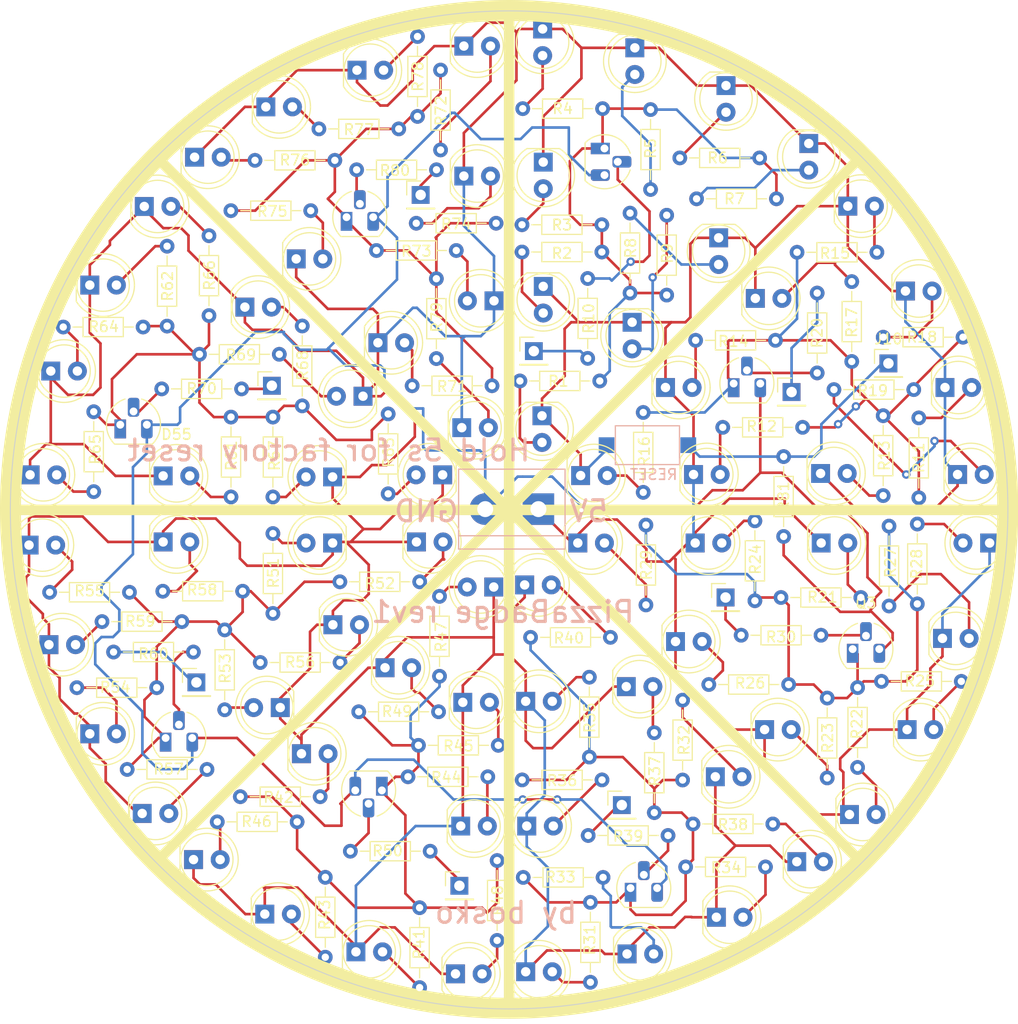
<source format=kicad_pcb>
(kicad_pcb (version 20211014) (generator pcbnew)
  (layers (0 "F.Cu" signal) (31 "B.Cu" signal) (34 "B.Paste" user) (35 "F.Paste" user) (36 "B.SilkS" user "B.Silkscreen") (37 "F.SilkS" user "F.Silkscreen") (38 "B.Mask" user) (39 "F.Mask" user) (44 "Edge.Cuts" user))
  (net 0 "")
  (net 1 "GND")
  (net 2 "Net-(D1-Pad2)")
  (net 3 "Net-(D2-Pad2)")
  (net 4 "Net-(D3-Pad2)")
  (net 5 "Net-(D4-Pad2)")
  (net 6 "Net-(D5-Pad2)")
  (net 7 "Net-(D6-Pad2)")
  (net 8 "Net-(D7-Pad2)")
  (net 9 "Net-(D8-Pad2)")
  (net 10 "Net-(D9-Pad2)")
  (net 11 "5V")
  (net 12 "Net-(D10-Pad2)")
  (net 13 "Net-(Q1-Pad2)")
  (net 14 "SLICE_1")
  (net 15 "Net-(D11-Pad2)")
  (net 16 "Net-(D12-Pad2)")
  (net 17 "Net-(D13-Pad2)")
  (net 18 "Net-(D14-Pad2)")
  (net 19 "Net-(D15-Pad2)")
  (net 20 "Net-(D16-Pad2)")
  (net 21 "Net-(D17-Pad2)")
  (net 22 "Net-(D18-Pad2)")
  (net 23 "RESET")
  (net 24 "Net-(D19-Pad2)")
  (net 25 "Net-(D20-Pad2)")
  (net 26 "Net-(D21-Pad2)")
  (net 27 "SLICE_2")
  (net 28 "Net-(D22-Pad2)")
  (net 29 "Net-(D23-Pad2)")
  (net 30 "Net-(D24-Pad2)")
  (net 31 "Net-(D25-Pad2)")
  (net 32 "Net-(D26-Pad2)")
  (net 33 "Net-(D27-Pad2)")
  (net 34 "Net-(Q1-Pad1)")
  (net 35 "Net-(Q2-Pad1)")
  (net 36 "Net-(Q2-Pad2)")
  (net 37 "Net-(D37-Pad2)")
  (net 38 "Net-(D38-Pad2)")
  (net 39 "SLICE_3")
  (net 40 "Net-(D28-Pad2)")
  (net 41 "Net-(D29-Pad2)")
  (net 42 "Net-(D30-Pad2)")
  (net 43 "Net-(D31-Pad2)")
  (net 44 "Net-(D32-Pad2)")
  (net 45 "Net-(D33-Pad2)")
  (net 46 "Net-(D34-Pad2)")
  (net 47 "Net-(D35-Pad2)")
  (net 48 "Net-(D36-Pad2)")
  (net 49 "Net-(D39-Pad2)")
  (net 50 "Net-(Q4-Pad2)")
  (net 51 "SLICE_4")
  (net 52 "Net-(D40-Pad2)")
  (net 53 "Net-(D41-Pad2)")
  (net 54 "Net-(D42-Pad2)")
  (net 55 "Net-(D43-Pad2)")
  (net 56 "Net-(D44-Pad2)")
  (net 57 "Net-(D45-Pad2)")
  (net 58 "Net-(Q3-Pad1)")
  (net 59 "Net-(Q3-Pad2)")
  (net 60 "Net-(Q4-Pad1)")
  (net 61 "Net-(Q5-Pad1)")
  (net 62 "Net-(Q5-Pad2)")
  (net 63 "SLICE_5")
  (net 64 "SLICE_6")
  (net 65 "SLICE_7")
  (net 66 "SLICE_8")
  (net 67 "Net-(D46-Pad2)")
  (net 68 "Net-(D47-Pad2)")
  (net 69 "Net-(D48-Pad2)")
  (net 70 "Net-(D49-Pad2)")
  (net 71 "Net-(D50-Pad2)")
  (net 72 "Net-(D51-Pad2)")
  (net 73 "Net-(D52-Pad2)")
  (net 74 "Net-(D53-Pad2)")
  (net 75 "Net-(D54-Pad2)")
  (net 76 "Net-(Q6-Pad1)")
  (net 77 "Net-(Q6-Pad2)")
  (net 78 "Net-(D55-Pad2)")
  (net 79 "Net-(D56-Pad2)")
  (net 80 "Net-(D57-Pad2)")
  (net 81 "Net-(D58-Pad2)")
  (net 82 "Net-(D59-Pad2)")
  (net 83 "Net-(D60-Pad2)")
  (net 84 "Net-(D61-Pad2)")
  (net 85 "Net-(D62-Pad2)")
  (net 86 "Net-(D63-Pad2)")
  (net 87 "Net-(Q7-Pad1)")
  (net 88 "Net-(Q7-Pad2)")
  (net 89 "Net-(D64-Pad2)")
  (net 90 "Net-(D65-Pad2)")
  (net 91 "Net-(D66-Pad2)")
  (net 92 "Net-(D67-Pad2)")
  (net 93 "Net-(D68-Pad2)")
  (net 94 "Net-(D69-Pad2)")
  (net 95 "Net-(D70-Pad2)")
  (net 96 "Net-(D71-Pad2)")
  (net 97 "Net-(D72-Pad2)")
  (net 98 "Net-(Q8-Pad1)")
  (net 99 "Net-(Q8-Pad2)")
  (footprint "Resistor_THT:R_Axial_DIN0204_L3.6mm_D1.6mm_P7.62mm_Horizontal" (layer "F.Cu") (at 108.457305 83.741298 90)
    (fp_text reference "R63")
    (fp_text value "200")
  )
  (footprint "Package_TO_SOT_THT:TO-92_HandSolder" (layer "F.Cu") (at 129.1 50.8 -90)
    (fp_text reference "Q1" hide)
    (fp_text value "NPN")
  )
  (footprint "LED_THT:LED_D5.0mm" (layer "F.Cu") (at 103.157305 88.431298 180)
    (fp_text reference "D46" hide)
    (fp_text value "LED")
  )
  (footprint "LED_THT:LED_D5.0mm" (layer "F.Cu") (at 149.782305 88.431298)
    (fp_text reference "D19" hide)
    (fp_text value "LED")
  )
  (footprint "Connector_PinHeader_2.54mm:PinHeader_1x01_P2.54mm_Vertical" (layer "F.Cu") (at 111.557305 55.231298)
    (fp_text reference "J9" hide)
    (fp_text value "signal 1")
  )
  (footprint "Resistor_THT:R_Axial_DIN0204_L3.6mm_D1.6mm_P7.62mm_Horizontal" (layer "F.Cu") (at 133.057305 94.341298 90)
    (fp_text reference "R29")
    (fp_text value "200")
  )
  (footprint "Connector_PinHeader_2.54mm:PinHeader_1x01_P2.54mm_Vertical" (layer "F.Cu") (at 90.157305 101.731298)
    (fp_text reference "J7" hide)
    (fp_text value "signal 1")
  )
  (footprint "LED_THT:LED_D5.0mm" (layer "F.Cu") (at 131.257305 127.631298)
    (fp_text reference "D31" hide)
    (fp_text value "LED")
  )
  (footprint "Resistor_THT:R_Axial_DIN0204_L3.6mm_D1.6mm_P7.62mm_Horizontal" (layer "F.Cu") (at 135.167305 116.331298 180)
    (fp_text reference "R39")
    (fp_text value "1K")
  )
  (footprint "Resistor_THT:R_Axial_DIN0204_L3.6mm_D1.6mm_P7.62mm_Horizontal" (layer "F.Cu") (at 133.5 54.71 90)
    (fp_text reference "R5")
    (fp_text value "200")
  )
  (footprint "Package_TO_SOT_THT:TO-92_HandSolder" (layer "F.Cu") (at 131.587305 121.351298)
    (fp_text reference "Q4" hide)
    (fp_text value "NPN")
  )
  (footprint "LED_THT:LED_D5.0mm" (layer "F.Cu") (at 85.182305 56.331298)
    (fp_text reference "D60" hide)
    (fp_text value "LED")
  )
  (footprint "Resistor_THT:R_Axial_DIN0204_L3.6mm_D1.6mm_P7.62mm_Horizontal" (layer "F.Cu") (at 137.8 69.1)
    (fp_text reference "R14")
    (fp_text value "200")
  )
  (footprint "Resistor_THT:R_Axial_DIN0204_L3.6mm_D1.6mm_P7.62mm_Horizontal" (layer "F.Cu") (at 153.257305 109.841298 90)
    (fp_text reference "R22")
    (fp_text value "200")
  )
  (footprint "LED_THT:LED_D5.0mm" (layer "F.Cu") (at 98.157305 104.131298 180)
    (fp_text reference "D48" hide)
    (fp_text value "LED")
  )
  (footprint "Resistor_THT:R_Axial_DIN0204_L3.6mm_D1.6mm_P7.62mm_Horizontal" (layer "F.Cu") (at 121.3 47)
    (fp_text reference "R4")
    (fp_text value "200")
  )
  (footprint "Connector_PinHeader_2.54mm:PinHeader_1x01_P2.54mm_Vertical" (layer "F.Cu") (at 146.957305 74.031298)
    (fp_text reference "J3" hide)
    (fp_text value "signal 1")
  )
  (footprint "LED_THT:LED_D5.0mm" (layer "F.Cu") (at 131.740065 67.374772 -90)
    (fp_text reference "D9" hide)
    (fp_text value "LED")
  )
  (footprint "Resistor_THT:R_Axial_DIN0204_L3.6mm_D1.6mm_P7.62mm_Horizontal" (layer "F.Cu") (at 111.467305 92.131298 180)
    (fp_text reference "R52")
    (fp_text value "200")
  )
  (footprint "Resistor_THT:R_Axial_DIN0204_L3.6mm_D1.6mm_P7.62mm_Horizontal" (layer "F.Cu") (at 97.457305 84.041298 90)
    (fp_text reference "R67")
    (fp_text value "200")
  )
  (footprint "LED_THT:LED_D5.0mm" (layer "F.Cu") (at 131.182305 102.131298)
    (fp_text reference "D35" hide)
    (fp_text value "LED")
  )
  (footprint "LED_THT:LED_D5.0mm" (layer "F.Cu") (at 162.8 81.9)
    (fp_text reference "D18" hide)
    (fp_text value "LED")
  )
  (footprint "Resistor_THT:R_Axial_DIN0204_L3.6mm_D1.6mm_P7.62mm_Horizontal" (layer "F.Cu") (at 86.847305 73.731298)
    (fp_text reference "R70")
    (fp_text value "1K")
  )
  (footprint "Package_TO_SOT_THT:TO-92_HandSolder" (layer "F.Cu") (at 107.857305 112.031298 180)
    (fp_text reference "Q5" hide)
    (fp_text value "NPN")
  )
  (footprint "LED_THT:LED_D5.0mm" (layer "F.Cu") (at 135.882305 97.831298)
    (fp_text reference "D24" hide)
    (fp_text value "LED")
  )
  (footprint "Resistor_THT:R_Axial_DIN0204_L3.6mm_D1.6mm_P7.62mm_Horizontal" (layer "F.Cu") (at 127.757305 130.331298 90)
    (fp_text reference "R31")
    (fp_text value "200")
  )
  (footprint "Resistor_THT:R_Axial_DIN0204_L3.6mm_D1.6mm_P7.62mm_Horizontal" (layer "F.Cu") (at 118.857305 126.341298 90)
    (fp_text reference "R48")
    (fp_text value "200")
  )
  (footprint "LED_THT:LED_D5.0mm" (layer "F.Cu") (at 157.825 64.4)
    (fp_text reference "D17" hide)
    (fp_text value "LED")
  )
  (footprint "Resistor_THT:R_Axial_DIN0204_L3.6mm_D1.6mm_P7.62mm_Horizontal" (layer "F.Cu") (at 135.040065 57.164772 -90)
    (fp_text reference "R9")
    (fp_text value "200")
  )
  (footprint "LED_THT:LED_D5.0mm" (layer "F.Cu") (at 74.182305 88.631298)
    (fp_text reference "D50" hide)
    (fp_text value "LED")
  )
  (footprint "LED_THT:LED_D5.0mm" (layer "F.Cu") (at 96.682305 123.831298)
    (fp_text reference "D39" hide)
    (fp_text value "LED")
  )
  (footprint "LED_THT:LED_D5.0mm" (layer "F.Cu") (at 106.057305 74.431298 180)
    (fp_text reference "D63" hide)
    (fp_text value "LED")
  )
  (footprint "Resistor_THT:R_Axial_DIN0204_L3.6mm_D1.6mm_P7.62mm_Horizontal" (layer "F.Cu") (at 100.257305 67.731298 -90)
    (fp_text reference "R68")
    (fp_text value "200")
  )
  (footprint "LED_THT:LED_D5.0mm" (layer "F.Cu") (at 123.257305 52.099772 -90)
    (fp_text reference "D3" hide)
    (fp_text value "LED")
  )
  (footprint "Connector_PinHeader_2.54mm:PinHeader_1x01_P2.54mm_Vertical" (layer "F.Cu") (at 140.657305 93.631298)
    (fp_text reference "J4" hide)
    (fp_text value "signal 1")
  )
  (footprint "Package_TO_SOT_THT:TO-92_HandSolder" (layer "F.Cu") (at 82.887305 77.151298)
    (fp_text reference "Q7" hide)
    (fp_text value "NPN")
  )
  (footprint "LED_THT:LED_D5.0mm" (layer "F.Cu") (at 114.882305 129.531298)
    (fp_text reference "D44" hide)
    (fp_text value "LED")
  )
  (footprint "Resistor_THT:R_Axial_DIN0204_L3.6mm_D1.6mm_P7.62mm_Horizontal" (layer "F.Cu") (at 149.767305 97.231298 180)
    (fp_text reference "R30")
    (fp_text value "1K")
  )
  (footprint "Resistor_THT:R_Axial_DIN0204_L3.6mm_D1.6mm_P7.62mm_Horizontal" (layer "F.Cu") (at 137.89 55.6)
    (fp_text reference "R7")
    (fp_text value "200")
  )
  (footprint "Connector_PinHeader_2.54mm:PinHeader_1x01_P2.54mm_Vertical" (layer "F.Cu") (at 122.357305 70.131298)
    (fp_text reference "J2" hide)
    (fp_text value "signal 1")
  )
  (footprint "LED_THT:LED_D5.0mm" (layer "F.Cu") (at 118.532305 92.631298 180)
    (fp_text reference "D43" hide)
    (fp_text value "LED")
  )
  (footprint "Resistor_THT:R_Axial_DIN0204_L3.6mm_D1.6mm_P7.62mm_Horizontal" (layer "F.Cu") (at 155.7 68.8)
    (fp_text reference "R18")
    (fp_text value "200")
  )
  (footprint "LED_THT:LED_D5.0mm" (layer "F.Cu") (at 111.157305 88.331298)
    (fp_text reference "D47" hide)
    (fp_text value "LED")
  )
  (footprint "Resistor_THT:R_Axial_DIN0204_L3.6mm_D1.6mm_P7.62mm_Horizontal" (layer "F.Cu") (at 121.230065 60.674772)
    (fp_text reference "R2")
    (fp_text value "200")
  )
  (footprint "Resistor_THT:R_Axial_DIN0204_L3.6mm_D1.6mm_P7.62mm_Horizontal" (layer "F.Cu") (at 89.867305 98.831298 180)
    (fp_text reference "R60")
    (fp_text value "1K")
  )
  (footprint "LED_THT:LED_D5.0mm" (layer "F.Cu") (at 157.982305 106.231298)
    (fp_text reference "D23" hide)
    (fp_text value "LED")
  )
  (footprint "LED_THT:LED_D5.0mm" (layer "F.Cu") (at 123.140065 76.299772 -90)
    (fp_text reference "D1" hide)
    (fp_text value "LED")
  )
  (footprint "Resistor_THT:R_Axial_DIN0204_L3.6mm_D1.6mm_P7.62mm_Horizontal" (layer "F.Cu") (at 153.567305 93.631298 180)
    (fp_text reference "R21")
    (fp_text value "200")
  )
  (footprint "Resistor_THT:R_Axial_DIN0204_L3.6mm_D1.6mm_P7.62mm_Horizontal" (layer "F.Cu") (at 144.467305 119.331298 180)
    (fp_text reference "R34")
    (fp_text value "200")
  )
  (footprint "LED_THT:LED_D5.0mm" (layer "F.Cu") (at 134.925 73.6)
    (fp_text reference "D13" hide)
    (fp_text value "LED")
  )
  (footprint "Resistor_THT:R_Axial_DIN0204_L3.6mm_D1.6mm_P7.62mm_Horizontal" (layer "F.Cu") (at 158.957305 86.621298 -90)
    (fp_text reference "R28")
    (fp_text value "200")
  )
  (footprint "Resistor_THT:R_Axial_DIN0204_L3.6mm_D1.6mm_P7.62mm_Horizontal" (layer "F.Cu") (at 113.267305 104.531298 180)
    (fp_text reference "R49")
    (fp_text value "200")
  )
  (footprint "LED_THT:LED_D5.0mm" (layer "F.Cu") (at 121.582305 103.531298)
    (fp_text reference "D33" hide)
    (fp_text value "LED")
  )
  (footprint "LED_THT:LED_D5.0mm" (layer "F.Cu") (at 115.382305 115.431298)
    (fp_text reference "D40" hide)
    (fp_text value "LED")
  )
  (footprint "LED_THT:LED_D5.0mm" (layer "F.Cu") (at 152.482305 114.331298)
    (fp_text reference "D20" hide)
    (fp_text value "LED")
  )
  (footprint "LED_THT:LED_D5.0mm" (layer "F.Cu") (at 123.257305 63.956298 -90)
    (fp_text reference "D2" hide)
    (fp_text value "LED")
  )
  (footprint "Resistor_THT:R_Axial_DIN0204_L3.6mm_D1.6mm_P7.62mm_Horizontal" (layer "F.Cu") (at 113.057305 70.841298 90)
    (fp_text reference "R79")
    (fp_text value "200")
  )
  (footprint "LED_THT:LED_D5.0mm" (layer "F.Cu") (at 126.557305 88.431298)
    (fp_text reference "D27" hide)
    (fp_text value "LED")
  )
  (footprint "LED_THT:LED_D5.0mm" (layer "F.Cu") (at 118.557305 65.331298 180)
    (fp_text reference "D66" hide)
    (fp_text value "LED")
  )
  (footprint "Resistor_THT:R_Axial_DIN0204_L3.6mm_D1.6mm_P7.62mm_Horizontal" (layer "F.Cu") (at 91.357305 59.121298 -90)
    (fp_text reference "R66")
    (fp_text value "200")
  )
  (footprint "Resistor_THT:R_Axial_DIN0204_L3.6mm_D1.6mm_P7.62mm_Horizontal" (layer "F.Cu") (at 150.357305 110.841298 90)
    (fp_text reference "R23")
    (fp_text value "200")
  )
  (footprint "Resistor_THT:R_Axial_DIN0204_L3.6mm_D1.6mm_P7.62mm_Horizontal" (layer "F.Cu") (at 105.447305 52.831298)
    (fp_text reference "R80")
    (fp_text value "1K")
  )
  (footprint "Resistor_THT:R_Axial_DIN0204_L3.6mm_D1.6mm_P7.62mm_Horizontal" (layer "F.Cu") (at 133.857305 106.531298 -90)
    (fp_text reference "R37")
    (fp_text value "200")
  )
  (footprint "Resistor_THT:R_Axial_DIN0204_L3.6mm_D1.6mm_P7.62mm_Horizontal" (layer "F.Cu") (at 101.967305 112.631298 180)
    (fp_text reference "R42")
    (fp_text value "200")
  )
  (footprint "Resistor_THT:R_Axial_DIN0204_L3.6mm_D1.6mm_P7.62mm_Horizontal" (layer "F.Cu") (at 155.1 60.7 180)
    (fp_text reference "R15")
    (fp_text value "200")
  )
  (footprint "LED_THT:LED_D5.0mm" (layer "F.Cu") (at 74.282305 81.931298)
    (fp_text reference "D59" hide)
    (fp_text value "LED")
  )
  (footprint "LED_THT:LED_D5.0mm" (layer "F.Cu") (at 132 41.2 -90)
    (fp_text reference "D5" hide)
    (fp_text value "LED")
  )
  (footprint "Resistor_THT:R_Axial_DIN0204_L3.6mm_D1.6mm_P7.62mm_Horizontal" (layer "F.Cu") (at 129.667305 97.431298 180)
    (fp_text reference "R40")
    (fp_text value "200")
  )
  (footprint "Resistor_THT:R_Axial_DIN0204_L3.6mm_D1.6mm_P7.62mm_Horizontal" (layer "F.Cu") (at 121.030065 72.974772)
    (fp_text reference "R1")
    (fp_text value "200")
  )
  (footprint "LED_THT:LED_D5.0mm" (layer "F.Cu") (at 115.482305 77.431298)
    (fp_text reference "D72" hide)
    (fp_text value "LED")
  )
  (footprint "LED_THT:LED_D5.0mm" (layer "F.Cu") (at 94.782305 65.931298)
    (fp_text reference "D62" hide)
    (fp_text value "LED")
  )
  (footprint "LED_THT:LED_D5.0mm" (layer "F.Cu") (at 161.6 73.6)
    (fp_text reference "D10" hide)
    (fp_text value "LED")
  )
  (footprint "Resistor_THT:R_Axial_DIN0204_L3.6mm_D1.6mm_P7.62mm_Horizontal" (layer "F.Cu") (at 149.4 72.21 90)
    (fp_text reference "R20")
    (fp_text value "1K")
  )
  (footprint "LED_THT:LED_D5.0mm" (layer "F.Cu") (at 76.082305 98.131298)
    (fp_text reference "D54" hide)
    (fp_text value "LED")
  )
  (footprint "Resistor_THT:R_Axial_DIN0204_L3.6mm_D1.6mm_P7.62mm_Horizontal" (layer "F.Cu") (at 104.847305 117.831298)
    (fp_text reference "R50")
    (fp_text value "1K")
  )
  (footprint "Resistor_THT:R_Axial_DIN0204_L3.6mm_D1.6mm_P7.62mm_Horizontal" (layer "F.Cu") (at 136.557305 103.421298 -90)
    (fp_text reference "R32")
    (fp_text value "200")
  )
  (footprint "Resistor_THT:R_Axial_DIN0204_L3.6mm_D1.6mm_P7.62mm_Horizontal" (layer "F.Cu") (at 87.357305 60.121298 -90)
    (fp_text reference "R62")
    (fp_text value "200")
  )
  (footprint "Resistor_THT:R_Axial_DIN0204_L3.6mm_D1.6mm_P7.62mm_Horizontal" (layer "F.Cu") (at 78.747305 102.231298)
    (fp_text reference "R54")
    (fp_text value "200")
  )
  (footprint "Package_TO_SOT_THT:TO-92_HandSolder" (layer "F.Cu") (at 152.787305 98.551298)
    (fp_text reference "Q3")
    (fp_text value "NPN")
  )
  (footprint "LED_THT:LED_D5.0mm" (layer "F.Cu") (at 137.6 81.9)
    (fp_text reference "D11" hide)
    (fp_text value "LED")
  )
  (footprint "Resistor_THT:R_Axial_DIN0204_L3.6mm_D1.6mm_P7.62mm_Horizontal" (layer "F.Cu") (at 151 73.8)
    (fp_text reference "R19")
    (fp_text value "200")
  )
  (footprint "Resistor_THT:R_Axial_DIN0204_L3.6mm_D1.6mm_P7.62mm_Horizontal" (layer "F.Cu") (at 102.457305 127.941298 90)
    (fp_text reference "R43")
    (fp_text value "200")
  )
  (footprint "Resistor_THT:R_Axial_DIN0204_L3.6mm_D1.6mm_P7.62mm_Horizontal" (layer "F.Cu") (at 110.747305 73.431298)
    (fp_text reference "R71")
    (fp_text value "200")
  )
  (footprint "LED_THT:LED_D5.0mm" (layer "F.Cu") (at 79.982305 63.831298)
    (fp_text reference "D56" hide)
    (fp_text value "LED")
  )
  (footprint "Package_TO_SOT_THT:TO-92_HandSolder" (layer "F.Cu") (at 141.43 73.22)
    (fp_text reference "Q2" hide)
    (fp_text value "NPN")
  )
  (footprint "Resistor_THT:R_Axial_DIN0204_L3.6mm_D1.6mm_P7.62mm_Horizontal" (layer "F.Cu") (at 127.657305 101.231298 -90)
    (fp_text reference "R35")
    (fp_text value "200")
  )
  (footprint "Resistor_THT:R_Axial_DIN0204_L3.6mm_D1.6mm_P7.62mm_Horizontal" (layer "F.Cu") (at 146.2 80.19 -90)
    (fp_text reference "R81")
    (fp_text value "1K")
  )
  (footprint "Resistor_THT:R_Axial_DIN0204_L3.6mm_D1.6mm_P7.62mm_Horizontal" (layer "F.Cu") (at 117.967305 110.731298 180)
    (fp_text reference "R44")
    (fp_text value "200")
  )
  (footprint "LED_THT:LED_D5.0mm" (layer "F.Cu") (at 96.782305 46.831298)
    (fp_text reference "D70" hide)
    (fp_text value "LED")
  )
  (footprint "LED_THT:LED_D5.0mm" (layer "F.Cu") (at 79.982305 106.631298)
    (fp_text reference "D49" hide)
    (fp_text value "LED")
  )
  (footprint "Resistor_THT:R_Axial_DIN0204_L3.6mm_D1.6mm_P7.62mm_Horizontal" (layer "F.Cu") (at 111.137305 57.931298)
    (fp_text reference "R74")
    (fp_text value "200")
  )
  (footprint "Resistor_THT:R_Axial_DIN0204_L3.6mm_D1.6mm_P7.62mm_Horizontal" (layer "F.Cu") (at 118.967305 107.731298 180)
    (fp_text reference "R45")
    (fp_text value "200")
  )
  (footprint "LED_THT:LED_D5.0mm" (layer "F.Cu") (at 140 59.325 -90)
    (fp_text reference "D8" hide)
    (fp_text value "LED")
  )
  (footprint "Resistor_THT:R_Axial_DIN0204_L3.6mm_D1.6mm_P7.62mm_Horizontal" (layer "F.Cu") (at 92.857305 104.341298 90)
    (fp_text reference "R53")
    (fp_text value "200")
  )
  (footprint "Resistor_THT:R_Axial_DIN0204_L3.6mm_D1.6mm_P7.62mm_Horizontal" (layer "F.Cu") (at 132.8 83.6 90)
    (fp_text reference "R16")
    (fp_text value "200")
  )
  (footprint "LED_THT:LED_D5.0mm" (layer "F.Cu") (at 103.157305 82.131298 180)
    (fp_text reference "D61" hide)
    (fp_text value "LED")
  )
  (footprint "LED_THT:LED_D5.0mm" (layer "F.Cu") (at 89.882305 118.631298)
    (fp_text reference "D42" hide)
    (fp_text value "LED")
  )
  (footprint "LED_THT:LED_D5.0mm" (layer "F.Cu") (at 121.682305 115.431298)
    (fp_text reference "D34" hide)
    (fp_text value "LED")
  )
  (footprint "Resistor_THT:R_Axial_DIN0204_L3.6mm_D1.6mm_P7.62mm_Horizontal" (layer "F.Cu") (at 139.057305 101.931298)
    (fp_text reference "R26")
    (fp_text value "200")
  )
  (footprint "LED_THT:LED_D5.0mm" (layer "F.Cu") (at 108.157305 100.331298)
    (fp_text reference "D45" hide)
    (fp_text value "LED")
  )
  (footprint "LED_THT:LED_D5.0mm" (layer "F.Cu") (at 115.682305 53.431298)
    (fp_text reference "D67" hide)
    (fp_text value "LED")
  )
  (footprint "Resistor_THT:R_Axial_DIN0204_L3.6mm_D1.6mm_P7.62mm_Horizontal" (layer "F.Cu") (at 155.7 83.91 90)
    (fp_text reference "R13")
    (fp_text value "200")
  )
  (footprint "Connector_PinHeader_2.54mm:PinHeader_1x01_P2.54mm_Vertical" (layer "F.Cu") (at 97.357305 73.431298)
    (fp_text reference "J8" hide)
    (fp_text value "signal 1")
  )
  (footprint "Resistor_THT:R_Axial_DIN0204_L3.6mm_D1.6mm_P7.62mm_Horizontal" (layer "F.Cu") (at 97.457305 87.531298 -90)
    (fp_text reference "R51")
    (fp_text value "200")
  )
  (footprint "Connector_PinHeader_2.54mm:PinHeader_1x01_P2.54mm_Vertical" (layer "F.Cu") (at 115.257305 121.131298)
    (fp_text reference "J6" hide)
    (fp_text value "signal 1")
  )
  (footprint "LED_THT:LED_D5.0mm" (layer "F.Cu") (at 84.982305 114.231298)
    (fp_text reference "D52" hide)
    (fp_text value "LED")
  )
  (footprint "LED_THT:LED_D5.0mm" (layer "F.Cu") (at 89.982305 51.631298)
    (fp_text reference "D69" hide)
    (fp_text value "LED")
  )
  (footprint "Resistor_THT:R_Axial_DIN0204_L3.6mm_D1.6mm_P7.62mm_Horizontal" (layer "F.Cu") (at 163.157305 101.631298 180)
    (fp_text reference "R25")
    (fp_text value "200")
  )
  (footprint "Resistor_THT:R_Axial_DIN0204_L3.6mm_D1.6mm_P7.62mm_Horizontal" (layer "F.Cu") (at 93.457305 84.041298 90)
    (fp_text reference "R61")
    (fp_text value "200")
  )
  (footprint "LED_THT:LED_D5.0mm" (layer "F.Cu") (at 143.5 65.1)
    (fp_text reference "D16" hide)
    (fp_text value "LED")
  )
  (footprint "Resistor_THT:R_Axial_DIN0204_L3.6mm_D1.6mm_P7.62mm_Horizontal" (layer "F.Cu") (at 103.867305 99.831298 180)
    (fp_text reference "R56")
    (fp_text value "200")
  )
  (footprint "Resistor_THT:R_Axial_DIN0204_L3.6mm_D1.6mm_P7.62mm_Horizontal" (layer "F.Cu") (at 121.230065 58.074772)
    (fp_text reference "R3")
    (fp_text value "200")
  )
  (footprint "LED_THT:LED_D5.0mm" (layer "F.Cu") (at 113.657305 81.931298 180)
    (fp_text reference "D57" hide)
    (fp_text value "LED")
  )
  (footprint "LED_THT:LED_D5.0mm" (layer "F.Cu") (at 86.982305 88.331298)
    (fp_text reference "D53" hide)
    (fp_text value "LED")
  )
  (footprint "LED_THT:LED_D5.0mm" (layer "F.Cu") (at 121.582305 129.331298)
    (fp_text reference "D29" hide)
    (fp_text value "LED")
  )
  (footprint "LED_THT:LED_D5.0mm" (layer "F.Cu") (at 105.382305 127.431298)
    (fp_text reference "D37" hide)
    (fp_text value "LED")
  )
  (footprint "LED_THT:LED_D5.0mm" (layer "F.Cu") (at 76.257305 72.031298)
    (fp_text reference "D58" hide)
    (fp_text value "LED")
  )
  (footprint "LED_THT:LED_D5.0mm" (layer "F.Cu") (at 107.482305 69.331298)
    (fp_text reference "D64" hide)
    (fp_text value "LED")
  )
  (footprint "LED_THT:LED_D5.0mm" (layer "F.Cu") (at 149.725 81.8)
    (fp_text reference "D12" hide)
    (fp_text value "LED")
  )
  (footprint "LED_THT:LED_D5.0mm" (layer "F.Cu") (at 144.382305 106.231298)
    (fp_text reference "D21" hide)
    (fp_text value "LED")
  )
  (footprint "LED_THT:LED_D5.0mm" (layer "F.Cu") (at 100.182305 108.531298)
    (fp_text reference "D38" hide)
    (fp_text value "LED")
  )
  (footprint "Resistor_THT:R_Axial_DIN0204_L3.6mm_D1.6mm_P7.62mm_Horizontal" (layer "F.Cu") (at 152.7 63.5 -90)
    (fp_text reference "R17")
    (fp_text value "200")
  )
  (footprint "LED_THT:LED_D5.0mm" (layer "F.Cu") (at 161.357305 97.531298)
    (fp_text reference "D25" hide)
    (fp_text value "LED")
  )
  (footprint "Resistor_THT:R_Axial_DIN0204_L3.6mm_D1.6mm_P7.62mm_Horizontal" (layer "F.Cu") (at 131.540065 56.964772 -90)
    (fp_text reference "R8")
    (fp_text value "200")
  )
  (footprint "LED_THT:LED_D5.0mm" (layer "F.Cu") (at 139.682305 110.731298)
    (fp_text reference "D30" hide)
    (fp_text value "LED")
  )
  (footprint "Resistor_THT:R_Axial_DIN0204_L3.6mm_D1.6mm_P7.62mm_Horizontal" (layer "F.Cu") (at 92.147305 115.031298)
    (fp_text reference "R46")
    (fp_text value "200")
  )
  (footprint "LED_THT:LED_D5.0mm" (layer "F.Cu") (at 99.682305 61.331298)
    (fp_text reference "D68" hide)
    (fp_text value "LED")
  )
  (footprint "Resistor_THT:R_Axial_DIN0204_L3.6mm_D1.6mm_P7.62mm_Horizontal" (layer "F.Cu") (at 113.357305 93.521298 -90)
    (fp_text reference "R47")
    (fp_text value "200")
  )
  (footprint "Resistor_THT:R_Axial_DIN0204_L3.6mm_D1.6mm_P7.62mm_Horizontal" (layer "F.Cu") (at 86.947305 93.031298)
    (fp_text reference "R58")
    (fp_text value "200")
  )
  (footprint "Resistor_THT:R_Axial_DIN0204_L3.6mm_D1.6mm_P7.62mm_Horizontal" (layer "F.Cu") (at 145.167305 115.231298 180)
    (fp_text reference "R38")
    (fp_text value "200")
  )
  (footprint "Resistor_THT:R_Axial_DIN0204_L3.6mm_D1.6mm_P7.62mm_Horizontal" (layer "F.Cu") (at 136.29 51.7)
    (fp_text reference "R6")
    (fp_text value "200")
  )
  (footprint "Resistor_THT:R_Axial_DIN0204_L3.6mm_D1.6mm_P7.62mm_Horizontal" (layer "F.Cu") (at 127.5 63.2 -90)
    (fp_text reference "R10")
    (fp_text value "1K")
  )
  (footprint "Resistor_THT:R_Axial_DIN0204_L3.6mm_D1.6mm_P7.62mm_Horizontal" (layer "F.Cu") (at 159.1 76.5 -90)
    (fp_text reference "R11")
    (fp_text value "200")
  )
  (footprint "LED_THT:LED_D5.0mm" (layer "F.Cu") (at 121.482305 92.431298)
    (fp_text reference "D28" hide)
    (fp_text value "LED")
  )
  (footprint "Resistor_THT:R_Axial_DIN0204_L3.6mm_D1.6mm_P7.62mm_Horizontal" (layer "F.Cu") (at 80.357305 83.531298 90)
    (fp_text reference "R65")
    (fp_text value "200")
  )
  (footprint "Resistor_THT:R_Axial_DIN0204_L3.6mm_D1.6mm_P7.62mm_Horizontal" (layer "F.Cu") (at 81.147305 95.931298)
    (fp_text reference "R59")
    (fp_text value "200")
  )
  (footprint "Resistor_THT:R_Axial_DIN0204_L3.6mm_D1.6mm_P7.62mm_Horizontal" (layer "F.Cu") (at 101.067305 56.731298 180)
    (fp_text reference "R75")
    (fp_text value "200")
  )
  (footprint "LED_THT:LED_D5.0mm" (layer "F.Cu") (at 123.2 39.4 -90)
    (fp_text reference "D4" hide)
    (fp_text value "LED")
  )
  (footprint "LED_THT:LED_D5.0mm" (layer "F.Cu") (at 86.982305 82.031298)
    (fp_text reference "D55")
    (fp_text value "LED")
  )
  (footprint "Resistor_THT:R_Axial_DIN0204_L3.6mm_D1.6mm_P7.62mm_Horizontal" (layer "F.Cu") (at 128.867305 111.031298 180)
    (fp_text reference "R36")
    (fp_text value "200")
  )
  (footprint "LED_THT:LED_D5.0mm" (layer "F.Cu") (at 140.7 44.8 -90)
    (fp_text reference "D6" hide)
    (fp_text value "LED")
  )
  (footprint "Resistor_THT:R_Axial_DIN0204_L3.6mm_D1.6mm_P7.62mm_Horizontal" (layer "F.Cu") (at 91.167305 110.031298 180)
    (fp_text reference "R57")
    (fp_text value "200")
  )
  (footprint "Resistor_THT:R_Axial_DIN0204_L3.6mm_D1.6mm_P7.62mm_Horizontal" (layer "F.Cu") (at 113.457305 50.941298 90)
    (fp_text reference "R72")
    (fp_text value "200")
  )
  (footprint "Resistor_THT:R_Axial_DIN0204_L3.6mm_D1.6mm_P7.62mm_Horizontal" (layer "F.Cu") (at 128.967305 120.331298 180)
    (fp_text reference "R33")
    (fp_text value "200")
  )
  (footprint "Resistor_THT:R_Axial_DIN0204_L3.6mm_D1.6mm_P7.62mm_Horizontal" (layer "F.Cu") (at 111.257305 40.121298 -90)
    (fp_text reference "R78")
    (fp_text value "200")
  )
  (footprint "Resistor_THT:R_Axial_DIN0204_L3.6mm_D1.6mm_P7.62mm_Horizontal" (layer "F.Cu") (at 140.39 77.4)
    (fp_text reference "R12")
    (fp_text value "200")
  )
  (footprint "Resistor_THT:R_Axial_DIN0204_L3.6mm_D1.6mm_P7.62mm_Horizontal" (layer "F.Cu") (at 111.457305 130.841298 90)
    (fp_text reference "R41")
    (fp_text value "200")
  )
  (footprint "Resistor_THT:R_Axial_DIN0204_L3.6mm_D1.6mm_P7.62mm_Horizontal" (layer "F.Cu") (at 95.747305 51.931298)
    (fp_text reference "R76")
    (fp_text value "200")
  )
  (footprint "Connector_PinHeader_2.54mm:PinHeader_1x01_P2.54mm_Vertical" (layer "F.Cu") (at 156.2 71.3)
    (fp_text reference "J10")
    (fp_text value "signal 1")
  )
  (footprint "LED_THT:LED_D5.0mm" (layer "F.Cu") (at 105.482305 43.331298)
    (fp_text reference "D71" hide)
    (fp_text value "LED")
  )
  (footprint "LED_THT:LED_D5.0mm" (layer "F.Cu") (at 103.182305 96.231298)
    (fp_text reference "D51" hide)
    (fp_text value "LED")
  )
  (footprint "Resistor_THT:R_Axial_DIN0204_L3.6mm_D1.6mm_P7.62mm_Horizontal" (layer "F.Cu") (at 101.847305 48.931298)
    (fp_text reference "R77")
    (fp_text value "200")
  )
  (footprint "Resistor_THT:R_Axial_DIN0204_L3.6mm_D1.6mm_P7.62mm_Horizontal" (layer "F.Cu") (at 156.257305 94.441298 90)
    (fp_text reference "R27")
    (fp_text value "200")
  )
  (footprint "Resistor_THT:R_Axial_DIN0204_L3.6mm_D1.6mm_P7.62mm_Horizontal" (layer "F.Cu") (at 77.447305 67.831298)
    (fp_text reference "R64")
    (fp_text value "200")
  )
  (footprint "Resistor_THT:R_Axial_DIN0204_L3.6mm_D1.6mm_P7.62mm_Horizontal" (layer "F.Cu") (at 76.147305 93.131298)
    (fp_text reference "R55")
    (fp_text value "200")
  )
  (footprint "LED_THT:LED_D5.0mm" (layer "F.Cu") (at 148.6 50.325 -90)
    (fp_text reference "D7" hide)
    (fp_text value "LED")
  )
  (footprint "LED_THT:LED_D5.0mm" (layer "F.Cu") (at 152.325 56.3)
    (fp_text reference "D14" hide)
    (fp_text value "LED")
  )
  (footprint "Connector_PinHeader_2.54mm:PinHeader_1x01_P2.54mm_Vertical" (layer "F.Cu") (at 130.757305 113.431298)
    (fp_text reference "J5" hide)
    (fp_text value "signal 1")
  )
  (footprint "Resistor_THT:R_Axial_DIN0204_L3.6mm_D1.6mm_P7.62mm_Horizontal" (layer "F.Cu") (at 143.457305 86.321298 -90)
    (fp_text reference "R24")
    (fp_text value "200")
  )
  (footprint "Resistor_THT:R_Axial_DIN0204_L3.6mm_D1.6mm_P7.62mm_Horizontal" (layer "F.Cu") (at 98.067305 70.431298 180)
    (fp_text reference "R69")
    (fp_text value "200")
  )
  (footprint "LED_THT:LED_D5.0mm" (layer "F.Cu") (at 126.825 82)
    (fp_text reference "D15" hide)
    (fp_text value "LED")
  )
  (footprint "Resistor_THT:R_Axial_DIN0204_L3.6mm_D1.6mm_P7.62mm_Horizontal" (layer "F.Cu") (at 114.957305 60.531298 180)
    (fp_text reference "R73")
    (fp_text value "200")
  )
  (footprint "LED_THT:LED_D5.0mm" (layer "F.Cu") (at 115.682305 41.031298)
    (fp_text reference "D65" hide)
    (fp_text value "LED")
  )
  (footprint "LED_THT:LED_D5.0mm" (layer "F.Cu") (at 137.757305 88.431298)
    (fp_text reference "D22" hide)
    (fp_text value "LED")
  )
  (footprint "Package_TO_SOT_THT:TO-92_HandSolder" (layer "F.Cu") (at 87.217305 107.031298)
    (fp_text reference "Q6" hide)
    (fp_text value "NPN")
  )
  (footprint "LED_THT:LED_D5.0mm" (layer "F.Cu") (at 139.782305 124.131298)
    (fp_text reference "D32" hide)
    (fp_text value "LED")
  )
  (footprint "LED_THT:LED_D5.0mm" (layer "F.Cu") (at 115.582305 103.631298)
    (fp_text reference "D41" hide)
    (fp_text value "LED")
  )
  (footprint "LED_THT:LED_D5.0mm" (layer "F.Cu") (at 165.857305 88.431298 180)
    (fp_text reference "D26" hide)
    (fp_text value "LED")
  )
  (footprint "Package_TO_SOT_THT:TO-92_HandSolder" (layer "F.Cu") (at 104.487305 57.351298)
    (fp_text reference "Q8" hide)
    (fp_text value "NPN")
  )
  (footprint "LED_THT:LED_D5.0mm" (layer "F.Cu") (at 147.457305 118.831298)
    (fp_text reference "D36" hide)
    (fp_text value "LED")
  )
  (footprint "Button_Switch_SMD:SW_SPST_CK_RS282G05A3" (layer "B.Cu") (at 133.2 79.1)
    (fp_text reference "SW1")
    (fp_text value "RESET")
  )
  (footprint "TerminalBlock:TerminalBlock_bornier-2_P5.08mm" (layer "B.Cu") (at 122.8 85.2 180)
    (fp_text reference "J1" hide)
    (fp_text value "BATTERY")
  )
  (gr_line (start 120 37.675) (end 120 132.775) (layer "F.SilkS") (width 1))
  (gr_line (start 86.3 51.575) (end 153.6 118.875) (layer "F.SilkS") (width 1))
  (gr_circle (center 120 85.225) (end 167.588286 85.225) (layer "F.SilkS") (width 2) (fill none))
  (gr_line (start 72.4 85.275) (end 167.6 85.275) (layer "F.SilkS") (width 1))
  (gr_line (start 86.3 118.875) (end 153.6 51.575) (layer "F.SilkS") (width 1))
  (gr_circle (center 120 85.275) (end 167.6 85.275) (layer "Edge.Cuts") (width 0.1) (fill none))
  (gr_text "5V" (at 127.6 85.4) (layer "B.SilkS") (effects (font (size 2 2) (thickness 0.3)) (justify mirror)))
  (gr_text "GND" (at 112.1 85.4) (layer "B.SilkS") (effects (font (size 2 2) (thickness 0.3)) (justify mirror)))
  (gr_text "PizzaBadge rev1" (at 119.4 95) (layer "B.SilkS") (effects (font (size 2 2) (thickness 0.3)) (justify mirror)))
  (gr_text "Hold 5s for factory reset" (at 102.8 79.6) (layer "B.SilkS") (effects (font (size 2 2) (thickness 0.3)) (justify mirror)))
  (gr_text "by bosko" (at 119.7 123.7) (layer "B.SilkS") (effects (font (size 2 2) (thickness 0.3)) (justify mirror)))
  (segment (start 136.825228 67.374772) (end 135.474772 67.374772) (width 0.25) (layer "F.Cu") (net 1))
  (segment (start 96.782305 46.831298) (end 94.782305 46.831298) (width 0.25) (layer "F.Cu") (net 1))
  (segment (start 73.9 93.6) (end 75.5 95.2) (width 0.25) (layer "F.Cu") (net 1))
  (segment (start 126.825 79.984707) (end 123.140065 76.299772) (width 0.25) (layer "F.Cu") (net 1))
  (segment (start 115.582305 115.231298) (end 115.382305 115.431298) (width 0.25) (layer "F.Cu") (net 1))
  (segment (start 75.5 95.6) (end 76.082305 96.182305) (width 0.25) (layer "F.Cu") (net 1))
  (segment (start 135.8 125.1) (end 133.4 125.1) (width 0.25) (layer "F.Cu") (net 1))
  (segment (start 119.8 38.8) (end 117.9 38.8) (width 0.25) (layer "F.Cu") (net 1))
  (segment (start 137.3 66.9) (end 136.825228 67.374772) (width 0.25) (layer "F.Cu") (net 1))
  (segment (start 79.982305 107.982305) (end 81.5 109.5) (width 0.25) (layer "F.Cu") (net 1))
  (segment (start 121.582305 129.331298) (end 123.613603 127.3) (width 0.25) (layer "F.Cu") (net 1))
  (segment (start 79.982305 68.382305) (end 81 69.4) (width 0.25) (layer "F.Cu") (net 1))
  (segment (start 130.3 86.2) (end 133.1 89) (width 0.25) (layer "F.Cu") (net 1))
  (segment (start 147.457305 118.831298) (end 146.431298 118.831298) (width 0.25) (layer "F.Cu") (net 1))
  (segment (start 75.5 95.2) (end 75.5 95.6) (width 0.25) (layer "F.Cu") (net 1))
  (segment (start 118.532305 99.067695) (end 119.632305 99.067695) (width 0.25) (layer "F.Cu") (net 1))
  (segment (start 123.257305 47.742695) (end 126.9 44.1) (width 0.25) (layer "F.Cu") (net 1))
  (segment (start 132 41.2) (end 134.3 41.2) (width 0.25) (layer "F.Cu") (net 1))
  (segment (start 125.3 72.5) (end 125.3 68) (width 0.25) (layer "F.Cu") (net 1))
  (segment (start 106.057305 72.657305) (end 106.057305 74.431298) (width 0.25) (layer "F.Cu") (net 1))
  (segment (start 88.7 58.4) (end 89.4 59.1) (width 0.25) (layer "F.Cu") (net 1))
  (segment (start 87 58.4) (end 88.7 58.4) (width 0.25) (layer "F.Cu") (net 1))
  (segment (start 100 70.1) (end 103.5 70.1) (width 0.25) (layer "F.Cu") (net 1))
  (segment (start 96.682305 123.831298) (end 94.831298 123.831298) (width 0.25) (layer "F.Cu") (net 1))
  (segment (start 126.557305 88.431298) (end 126.031298 88.431298) (width 0.25) (layer "F.Cu") (net 1))
  (segment (start 107.7 87.1) (end 109.3 85.5) (width 0.25) (layer "F.Cu") (net 1))
  (segment (start 152.325 56.3) (end 152.325 60.225) (width 0.25) (layer "F.Cu") (net 1))
  (segment (start 94.3 89.9) (end 95 90.6) (width 0.25) (layer "F.Cu") (net 1))
  (segment (start 126.9 41.2) (end 132 41.2) (width 0.25) (layer "F.Cu") (net 1))
  (segment (start 79.982305 105.882305) (end 79.982305 106.631298) (width 0.25) (layer "F.Cu") (net 1))
  (segment (start 98.157305 105.192695) (end 100.182305 107.217695) (width 0.25) (layer "F.Cu") (net 1))
  (segment (start 137.757305 88.431298) (end 137.068702 88.431298) (width 0.25) (layer "F.Cu") (net 1))
  (segment (start 106.6 93.3) (end 106.6 90.5) (width 0.25) (layer "F.Cu") (net 1))
  (segment (start 157.982305 104.217695) (end 157.982305 106.231298) (width 0.25) (layer "F.Cu") (net 1))
  (segment (start 98.157305 104.131298) (end 98.157305 103.242695) (width 0.25) (layer "F.Cu") (net 1))
  (segment (start 135.7 89.8) (end 135.882305 89.982305) (width 0.25) (layer "F.Cu") (net 1))
  (segment (start 124.1 108) (end 122.3 108) (width 0.25) (layer "F.Cu") (net 1))
  (segment (start 89.4 60.548993) (end 94.782305 65.931298) (width 0.25) (layer "F.Cu") (net 1))
  (segment (start 123.2 39.4) (end 125.1 39.4) (width 0.25) (layer "F.Cu") (net 1))
  (segment (start 101 96.9) (end 101.668702 96.231298) (width 0.25) (layer "F.Cu") (net 1))
  (segment (start 134.3 41.2) (end 137.9 44.8) (width 0.25) (layer "F.Cu") (net 1))
  (segment (start 76.257305 78.842695) (end 76.1 79) (width 0.25) (layer "F.Cu") (net 1))
  (segment (start 113.657305 83.842695) (end 113.657305 81.931298) (width 0.25) (layer "F.Cu") (net 1))
  (segment (start 137.875 59.325) (end 137.3 59.9) (width 0.25) (layer "F.Cu") (net 1))
  (segment (start 79.982305 63.831298) (end 79.982305 68.382305) (width 0.25) (layer "F.Cu") (net 1))
  (segment (start 107.768702 74.431298) (end 108.2 74) (width 0.25) (layer "F.Cu") (net 1))
  (segment (start 86.982305 88.331298) (end 81.731298 88.331298) (width 0.25) (layer "F.Cu") (net 1))
  (segment (start 95 90.6) (end 102.1 90.6) (width 0.25) (layer "F.Cu") (net 1))
  (segment (start 85.182305 56.582305) (end 87 58.4) (width 0.25) (layer "F.Cu") (net 1))
  (segment (start 79.982305 61.917695) (end 79.982305 63.831298) (width 0.25) (layer "F.Cu") (net 1))
  (segment (start 79.3 85.9) (end 74.4 85.9) (width 0.25) (layer "F.Cu") (net 1))
  (segment (start 139.782305 119.117695) (end 139.782305 124.131298) (width 0.25) (layer "F.Cu") (net 1))
  (segment (start 135.474772 67.374772) (end 131.740065 67.374772) (width 0.25) (layer "F.Cu") (net 1))
  (segment (start 105.382305 127.431298) (end 105.382305 126.882305) (width 0.25) (layer "F.Cu") (net 1))
  (segment (start 135.3 90.2) (end 135.7 89.8) (width 0.25) (layer "F.Cu") (net 1))
  (segment (start 103.182305 96.231298) (end 103.182305 94.917695) (width 0.25) (layer "F.Cu") (net 1))
  (segment (start 137.757305 87.442695) (end 137.757305 88.431298) (width 0.25) (layer "F.Cu") (net 1))
  (segment (start 76.1 79) (end 79.4 79) (width 0.25) (layer "F.Cu") (net 1))
  (segment (start 114.882305 129.531298) (end 113.531298 129.531298) (width 0.25) (layer "F.Cu") (net 1))
  (segment (start 125.925228 67.374772) (end 126.675779 67.374772) (width 0.25) (layer "F.Cu") (net 1))
  (segment (start 160.2 100.4) (end 160.2 102) (width 0.25) (layer "F.Cu") (net 1))
  (segment (start 126.675779 67.374772) (end 131.740065 67.374772) (width 0.25) (layer "F.Cu") (net 1))
  (segment (start 120.7 39.7) (end 121 39.4) (width 0.25) (layer "F.Cu") (net 1))
  (segment (start 86.982305 87.317695) (end 88.2 86.1) (width 0.25) (layer "F.Cu") (net 1))
  (segment (start 126.9 44.1) (end 126.9 41.2) (width 0.25) (layer "F.Cu") (net 1))
  (segment (start 115.682305 41.017695) (end 115.682305 41.031298) (width 0.25) (layer "F.Cu") (net 1))
  (segment (start 107.482305 66.582305) (end 107.482305 69.331298) (width 0.25) (layer "F.Cu") (net 1))
  (segment (start 78.5 104.7) (end 78.8 104.7) (width 0.25) (layer "F.Cu") (net 1))
  (segment (start 144.9 117.3) (end 141.6 117.3) (width 0.25) (layer "F.Cu") (net 1))
  (segment (start 81.5 109.5) (end 81.5 111.2) (width 0.25) (layer "F.Cu") (net 1))
  (segment (start 94.782305 46.831298) (end 89.982305 51.631298) (width 0.25) (layer "F.Cu") (net 1))
  (segment (start 81.5 111.2) (end 84.531298 114.231298) (width 0.25) (layer "F.Cu") (net 1))
  (segment (start 78.8 104.7) (end 79.982305 105.882305) (width 0.25) (layer "F.Cu") (net 1))
  (segment (start 161.357305 99.242695) (end 160.2 100.4) (width 0.25) (layer "F.Cu") (net 1))
  (segment (start 135.882305 97.831298) (end 135.882305 100.782305) (width 0.25) (layer "F.Cu") (net 1))
  (segment (start 92 121) (end 90.5 121) (width 0.25) (layer "F.Cu") (net 1))
  (segment (start 141 84.2) (end 137.757305 87.442695) (width 0.25) (layer "F.Cu") (net 1))
  (segment (start 107.7 46.7) (end 105.482305 44.482305) (width 0.25) (layer "F.Cu") (net 1))
  (segment (start 74.182305 88.631298) (end 74.182305 91.417695) (width 0.25) (layer "F.Cu") (net 1))
  (segment (start 134.925 67.924544) (end 135.474772 67.374772) (width 0.25) (layer "F.Cu") (net 1))
  (segment (start 104.2 93.9) (end 106 93.9) (width 0.25) (layer "F.Cu") (net 1))
  (segment (start 100.182305 107.217695) (end 100.182305 106.717695) (width 0.25) (layer "F.Cu") (net 1))
  (segment (start 126.825 82) (end 126.825 79.984707) (width 0.25) (layer "F.Cu") (net 1))
  (segment (start 99.682305 61.331298) (end 99.682305 63.082305) (width 0.25) (layer "F.Cu") (net 1))
  (segment (start 152.325 60.225) (end 156.5 64.4) (width 0.25) (layer "F.Cu") (net 1))
  (segment (start 150.125 50.325) (end 152.325 52.525) (width 0.25) (layer "F.Cu") (net 1))
  (segment (start 123.613603 127.3) (end 128.8 127.3) (width 0.25) (layer "F.Cu") (net 1))
  (segment (start 94.3 88.4) (end 94.3 89.9) (width 0.25) (layer "F.Cu") (net 1))
  (segment (start 115.682305 53.431298) (end 115.682305 49.317695) (width 0.25) (layer "F.Cu") (net 1))
  (segment (start 140.7 44.8) (end 143.075 44.8) (width 0.25) (layer "F.Cu") (net 1))
  (segment (start 105.382305 126.882305) (end 99.8 121.3) (width 0.25) (layer "F.Cu") (net 1))
  (segment (start 137.6 76.275) (end 134.925 73.6) (width 0.25) (layer "F.Cu") (net 1))
  (segment (start 85.182305 56.331298) (end 81.9 59.613603) (width 0.25) (layer "F.Cu") (net 1))
  (segment (start 96.782305 46.317695) (end 99.768702 43.331298) (width 0.25) (layer "F.Cu") (net 1))
  (segment (start 140 59.325) (end 137.875 59.325) (width 0.25) (layer "F.Cu") (net 1))
  (segment (start 76.082305 100.282305) (end 77.1 101.3) (width 0.25) (layer "F.Cu") (net 1))
  (segment (start 148.6 50.325) (end 150.125 50.325) (width 0.25) (layer "F.Cu") (net 1))
  (segment (start 135.882305 100.782305) (end 141.331298 106.231298) (width 0.25) (layer "F.Cu") (net 1))
  (segment (start 133.4 125.1) (end 131.257305 127.242695) (width 0.25) (layer "F.Cu") (net 1))
  (segment (start 103.157305 84.157305) (end 106.1 87.1) (width 0.25) (layer "F.Cu") (net 1))
  (segment (start 140 59.325) (end 142.525 59.325) (width 0.25) (layer "F.Cu") (net 1))
  (segment (start 77.1 103.3) (end 78.5 104.7) (width 0.25) (layer "F.Cu") (net 1))
  (segment (start 151.9 113.748993) (end 152.482305 114.331298) (width 0.25) (layer "F.Cu") (net 1))
  (segment (start 108.8 74) (end 111 76.2) (width 0.25) (layer "F.Cu") (net 1))
  (segment (start 149.782305 88.431298) (end 146.3 84.948993) (width 0.25) (layer "F.Cu") (net 1))
  (segment (start 125.3 68) (end 125.925228 67.374772) (width 0.25) (layer "F.Cu") (net 1))
  (segment (start 99.8 121.3) (end 96.6 121.3) (width 0.25) (layer "F.Cu") (net 1))
  (segment (start 113.531298 129.531298) (end 109.1 125.1) (width 0.25) (layer "F.Cu") (net 1))
  (segment (start 162.8 83) (end 160.4 85.4) (width 0.25) (layer "F.Cu") (net 1))
  (segment (start 103.257305 88.331298) (end 103.157305 88.431298) (width 0.25) (layer "F.Cu") (net 1))
  (segment (start 101 100.4) (end 101 96.9) (width 0.25) (layer "F.Cu") (net 1))
  (segment (start 77.9 74.3) (end 76.257305 72.657305) (width 0.25) (layer "F.Cu") (net 1))
  (segment (start 104.868702 88.331298) (end 103.257305 88.331298) (width 0.25) (layer "F.Cu") (net 1))
  (segment (start 95.5 68.1) (end 98.2 68.1) (width 0.25) (layer "F.Cu") (net 1))
  (segment (start 74.282305 81.931298) (end 74.282305 80.517695) (width 0.25) (layer "F.Cu") (net 1))
  (segment (start 109.3 85.5) (end 112 85.5) (width 0.25) (layer "F.Cu") (net 1))
  (segment (start 108.2 74) (end 108.8 74) (width 0.25) (layer "F.Cu") (net 1))
  (segment (start 161.357305 97.531298) (end 161.357305 99.242695) (width 0.25) (layer "F.Cu") (net 1))
  (segment (start 151.6 110) (end 151.9 110.3) (width 0.25) (layer "F.Cu") (net 1))
  (segment (start 135.882305 89.982305) (end 135.882305 97.831298) (width 0.25) (layer "F.Cu") (net 1))
  (segment (start 106.1 87.1) (end 107.7 87.1) (width 0.25) (layer "F.Cu") (net 1))
  (segment (start 100.182305 108.531298) (end 100.182305 107.217695) (width 0.25) (layer "F.Cu") (net 1))
  (segment (start 142.525 59.325) (end 143.5 60.3) (width 0.25) (layer "F.Cu") (net 1))
  (segment (start 79.4 79) (end 82.431298 82.031298) (width 0.25) (layer "F.Cu") (net 1))
  (segment (start 115.682305 41.031298) (end 112.868702 41.031298) (width 0.25) (layer "F.Cu") (net 1))
  (segment (start 107 66.1) (end 107.482305 66.582305) (width 0.25) (layer "F.Cu") (net 1))
  (segment (start 100.182305 106.717695) (end 106.568702 100.331298) (width 0.25) (layer "F.Cu") (net 1))
  (segment (start 79.982305 106.631298) (end 79.982305 107.982305) (width 0.25) (layer "F.Cu") (net 1))
  (segment (start 111.157305 88.331298) (end 104.868702 88.331298) (width 0.25) (layer "F.Cu") (net 1))
  (segment (start 131.257305 127.242695) (end 131.257305 127.631298) (width 0.25) (layer "F.Cu") (net 1))
  (segment (start 149.531298 114.331298) (end 152.482305 114.331298) (width 0.25) (layer "F.Cu") (net 1))
  (segment (start 137.3 59.9) (end 137.3 66.9) (width 0.25) (layer "F.Cu") (net 1))
  (segment (start 103.182305 94.917695) (end 104.2 93.9) (width 0.25) (layer "F.Cu") (net 1))
  (segment (start 73.9 91.7) (end 73.9 93.6) (width 0.25) (layer "F.Cu") (net 1))
  (segment (start 108.157305 99.542695) (end 110.267695 97.432305) (width 0.25) (layer "F.Cu") (net 1))
  (segment (start 106 93.9) (end 106.6 93.3) (width 0.25) (layer "F.Cu") (net 1))
  (segment (start 81.731298 88.331298) (end 79.3 85.9) (width 0.25) (layer "F.Cu") (net 1))
  (segment (start 120.7 44.3) (end 120.7 39.7) (width 0.25) (layer "F.Cu") (net 1))
  (segment (start 112 85.5) (end 113.657305 83.842695) (width 0.25) (layer "F.Cu") (net 1))
  (segment (start 106.568702 100.331298) (end 108.157305 100.331298) (width 0.25) (layer "F.Cu") (net 1))
  (segment (start 123.257305 52.099772) (end 123.257305 47.742695) (width 0.25) (layer "F.Cu") (net 1))
  (segment (start 76.082305 96.182305) (end 76.082305 98.131298) (width 0.25) (layer "F.Cu") (net 1))
  (segment (start 81.9 59.613603) (end 81.9 60) (width 0.25) (layer "F.Cu") (net 1))
  (segment (start 115.682305 49.317695) (end 120.7 44.3) (width 0.25) (layer "F.Cu") (net 1))
  (segment (start 92 86.1) (end 94.3 88.4) (width 0.25) (layer "F.Cu") (net 1))
  (segment (start 137.6 81.9) (end 137.6 76.275) (width 0.25) (layer "F.Cu") (net 1))
  (segment (start 98.2 68.1) (end 99.7 69.6) (width 0.25) (layer "F.Cu") (net 1))
  (segment (start 144.382305 106.231298) (end 144.382305 109.182305) (width 0.25) (layer "F.Cu") (net 1))
  (segment (start 151.9 110.3) (end 151.9 113.748993) (width 0.25) (layer "F.Cu") (net 1))
  (segment (start 96.782305 46.831298) (end 96.782305 46.317695) (width 0.25) (layer "F.Cu") (net 1))
  (segment (start 137.4 124.1) (end 136.8 124.1) (width 0.25) (layer "F.Cu") (net 1))
  (segment (start 131.182305 102.131298) (end 129.968702 102.131298) (width 0.25) (layer "F.Cu") (net 1))
  (segment (start 110.8 44.3) (end 108.4 46.7) (width 0.25) (layer "F.Cu") (net 1))
  (segment (start 160.4 85.4) (end 153.325 85.4) (width 0.25) (layer "F.Cu") (net 1))
  (segment (start 82.431298 82.031298) (end 86.982305 82.031298) (width 0.25) (layer "F.Cu") (net 1))
  (segment (start 153.325 85.4) (end 149.725 81.8) (width 0.25) (layer "F.Cu") (net 1))
  (segment (start 154.368702 106.231298) (end 151.6 109) (width 0.25) (layer "F.Cu") (net 1))
  (segment (start 139.682305 115.382305) (end 141.6 117.3) (width 0.25) (layer "F.Cu") (net 1))
  (segment (start 128.8 127.3) (end 129.131298 127.631298) (width 0.25) (layer "F.Cu") (net 1))
  (segment (start 115.582305 102.017695) (end 115.582305 103.631298) (width 0.25) (layer "F.Cu") (net 1))
  (segment (start 86.982305 88.331298) (end 86.982305 87.317695) (width 0.25) (layer "F.Cu") (net 1))
  (segment (start 85.182305 56.331298) (end 85.182305 56.582305) (width 0.25) (layer "F.Cu") (net 1))
  (segment (start 156.5 64.4) (end 157.825 64.4) (width 0.25) (layer "F.Cu") (net 1))
  (segment (start 123.140065 74.659935) (end 125.3 72.5) (width 0.25) (layer "F.Cu") (net 1))
  (segment (start 123.140065 76.299772) (end 123.140065 74.659935) (width 0.25) (layer "F.Cu") (net 1))
  (segment (start 139.682305 110.731298) (end 139.682305 115.382305) (width 0.25) (layer "F.Cu") (net 1))
  (segment (start 128 86.2) (end 130.3 86.2) (width 0.25) (layer "F.Cu") (net 1))
  (segment (start 99.7 69.6) (end 99.7 69.8) (width 0.25) (layer "F.Cu") (net 1))
  (segment (start 126.557305 88.431298) (end 126.557305 87.642695) (width 0.25) (layer "F.Cu") (net 1))
  (segment (start 98.157305 104.131298) (end 98.157305 105.192695) (width 0.25) (layer "F.Cu") (net 1))
  (segment (start 139.782305 124.131298) (end 137.431298 124.131298) (width 0.25) (layer "F.Cu") (net 1))
  (segment (start 77.1 101.3) (end 77.1 103.3) (width 0.25) (layer "F.Cu") (net 1))
  (segment (start 84.531298 114.231298) (end 84.982305 114.231298) (width 0.25) (layer "F.Cu") (net 1))
  (segment (start 141.331298 106.231298) (end 144.382305 106.231298) (width 0.25) (layer "F.Cu") (net 1))
  (segment (start 129.131298 127.631298) (end 131.257305 127.631298) (width 0.25) (layer "F.Cu") (net 1))
  (segment (start 118.532305 97.432305) (end 118.532305 99.067695) (width 0.25) (layer "F.Cu") (net 1))
  (segment (start 136.8 124.1) (end 135.8 125.1) (width 0.25) (layer "F.Cu") (net 1))
  (segment (start 110.8 43.1) (end 110.8 44.3) (width 0.25) (layer "F.Cu") (net 1))
  (segment (start 146.3 84.948993) (end 146.3 84.2) (width 0.25) (layer "F.Cu") (net 1))
  (segment (start 141.6 117.3) (end 139.782305 119.117695) (width 0.25) (layer "F.Cu") (net 1))
  (segment (start 108.157305 100.331298) (end 108.157305 99.542695) (width 0.25) (layer "F.Cu") (net 1))
  (segment (start 147.5 56.3) (end 152.325 56.3) (width 0.25) (layer "F.Cu") (net 1))
  (segment (start 126.557305 87.642695) (end 128 86.2) (width 0.25) (layer "F.Cu") (net 1))
  (segment (start 96.6 121.3) (end 96.682305 121.382305) (width 0.25) (layer "F.Cu") (net 1))
  (segment (start 76.082305 98.131298) (end 76.082305 100.282305) (width 0.25) (layer "F.Cu") (net 1))
  (segment (start 76.257305 72.031298) (end 76.257305 78.842695) (width 0.25) (layer "F.Cu") (net 1))
  (segment (start 99.682305 63.082305) (end 102.7 66.1) (width 0.25) (layer "F.Cu") (net 1))
  (segment (start 103.157305 89.542695) (end 103.157305 88.431298) (width 0.25) (layer "F.Cu") (net 1))
  (segment (start 157.982305 106.231298) (end 154.368702 106.231298) (width 0.25) (layer "F.Cu") (net 1))
  (segment (start 121.482305 93.617695) (end 121.482305 92.431298) (width 0.25) (layer "F.Cu") (net 1))
  (segment (start 102.7 66.1) (end 107 66.1) (width 0.25) (layer "F.Cu") (net 1))
  (segment (start 151.6 109) (end 151.6 110) (width 0.25) (layer "F.Cu") (net 1))
  (segment (start 143.075 44.8) (end 148.6 50.325) (width 0.25) (layer "F.Cu") (net 1))
  (segment (start 133.1 89) (end 133.1 90.2) (width 0.25) (layer "F.Cu") (net 1))
  (segment (start 126.031298 88.431298) (end 122.8 85.2) (width 0.25) (layer "F.Cu") (net 1))
  (segment (start 112.868702 41.031298) (end 110.8 43.1) (width 0.25) (layer "F.Cu") (net 1))
  (segment (start 137.9 44.8) (end 140.7 44.8) (width 0.25) (layer "F.Cu") (net 1))
  (segment (start 106.6 90.5) (end 104.531298 88.431298) (width 0.25) (layer "F.Cu") (net 1))
  (segment (start 125.1 39.4) (end 126.9 41.2) (width 0.25) (layer "F.Cu") (net 1))
  (segment (start 74.182305 91.417695) (end 73.9 91.7) (width 0.25) (layer "F.Cu") (net 1))
  (segment (start 88.2 86.1) (end 92 86.1) (width 0.25) (layer "F.Cu") (net 1))
  (segment (start 89.882305 120.382305) (end 89.882305 118.631298) (width 0.25) (layer "F.Cu") (net 1))
  (segment (start 81 69.4) (end 81 73.6) (width 0.25) (layer "F.Cu") (net 1))
  (segment (start 109.1 125.1) (end 107.713603 125.1) (width 0.25) (layer "F.Cu") (net 1))
  (segment (start 117.9 38.8) (end 115.682305 41.017695) (width 0.25) (layer "F.Cu") (net 1))
  (segment (start 144.382305 109.182305) (end 149.531298 114.331298) (width 0.25) (layer "F.Cu") (net 1))
  (segment (start 134.925 73.6) (end 134.925 67.924544) (width 0.25) (layer "F.Cu") (net 1))
  (segment (start 119.632305 99.067695) (end 119.8 98.9) (width 0.25) (layer "F.Cu") (net 1))
  (segment (start 122.3 108) (end 121.582305 107.282305) (width 0.25) (layer "F.Cu") (net 1))
  (segment (start 74.4 85.9) (end 74.182305 86.117695) (width 0.25) (layer "F.Cu") (net 1))
  (segment (start 106.9 81) (end 105.768702 82.131298) (width 0.25) (layer "F.Cu") (net 1))
  (segment (start 98.157305 103.242695) (end 101 100.4) (width 0.25) (layer "F.Cu") (net 1))
  (segment (start 121.582305 100.682305) (end 119.8 98.9) (width 0.25) (layer "F.Cu") (net 1))
  (segment (start 121.582305 103.531298) (end 121.582305 100.682305) (width 0.25) (layer "F.Cu") (net 1))
  (segment (start 76.257305 72.657305) (end 76.257305 72.031298) (width 0.25) (layer "F.Cu") (net 1))
  (segment (start 90.5 121) (end 89.882305 120.382305) (width 0.25) (layer "F.Cu") (net 1))
  (segment (start 119.8 98.9) (end 119.8 95.3) (width 0.25) (layer "F.Cu") (net 1))
  (segment (start 121.582305 107.282305) (end 121.582305 103.531298) (width 0.25) (layer "F.Cu") (net 1))
  (segment (start 107.482305 73.006298) (end 106.057305 74.431298) (width 0.25) (layer "F.Cu") (net 1))
  (segment (start 99.768702 43.331298) (end 105.482305 43.331298) (width 0.25) (layer "F.Cu") (net 1))
  (segment (start 143.5 60.3) (end 147.5 56.3) (width 0.25) (layer "F.Cu") (net 1))
  (segment (start 121 39.4) (end 123.2 39.4) (width 0.25) (layer "F.Cu") (net 1))
  (segment (start 103.157305 82.131298) (end 103.157305 84.157305) (width 0.25) (layer "F.Cu") (net 1))
  (segment (start 74.282305 80.517695) (end 75.8 79) (width 0.25) (layer "F.Cu") (net 1))
  (segment (start 133.1 90.2) (end 135.3 90.2) (width 0.25) (layer "F.Cu") (net 1))
  (segment (start 89.4 59.1) (end 89.4 60.548993) (width 0.25) (layer "F.Cu") (net 1))
  (segment (start 74.182305 86.117695) (end 74.182305 88.631298) (width 0.25) (layer "F.Cu") (net 1))
  (segment (start 102.1 90.6) (end 103.157305 89.542695) (width 0.25) (layer "F.Cu") (net 1))
  (segment (start 81.9 60) (end 79.982305 61.917695) (width 0.25) (layer "F.Cu") (net 1))
  (segment (start 101.668702 96.231298) (end 103.182305 96.231298) (width 0.25) (layer "F.Cu") (net 1))
  (segment (start 80.3 74.3) (end 77.9 74.3) (width 0.25) (layer "F.Cu") (net 1))
  (segment (start 118.532305 92.631298) (end 118.532305 97.432305) (width 0.25) (layer "F.Cu") (net 1))
  (segment (start 119.8 95.3) (end 121.482305 93.617695) (width 0.25) (layer "F.Cu") (net 1))
  (segment (start 118.532305 99.067695) (end 115.582305 102.017695) (width 0.25) (layer "F.Cu") (net 1))
  (segment (start 129.968702 102.131298) (end 124.1 108) (width 0.25) (layer "F.Cu") (net 1))
  (segment (start 120.7 39.7) (end 119.8 38.8) (width 0.25) (layer "F.Cu") (net 1))
  (segment (start 110.267695 97.432305) (end 118.532305 97.432305) (width 0.25) (layer "F.Cu") (net 1))
  (segment (start 107.713603 125.1) (end 105.382305 127.431298) (width 0.25) (layer "F.Cu") (net 1))
  (segment (start 81 73.6) (end 80.3 74.3) (width 0.25) (layer "F.Cu") (net 1))
  (segment (start 146.431298 118.831298) (end 144.9 117.3) (width 0.25) (layer "F.Cu") (net 1))
  (segment (start 137.431298 124.131298) (end 137.4 124.1) (width 0.25) (layer "F.Cu") (net 1))
  (segment (start 152.325 52.525) (end 152.325 56.3) (width 0.25) (layer "F.Cu") (net 1))
  (segment (start 105.482305 44.482305) (end 105.482305 43.331298) (width 0.25) (layer "F.Cu") (net 1))
  (segment (start 115.582305 103.631298) (end 115.582305 115.231298) (width 0.25) (layer "F.Cu") (net 1))
  (segment (start 107.482305 69.331298) (end 107.482305 73.006298) (width 0.25) (layer "F.Cu") (net 1))
  (segment (start 99.7 69.8) (end 100 70.1) (width 0.25) (layer "F.Cu") (net 1))
  (segment (start 143.5 60.3) (end 143.5 65.1) (width 0.25) (layer "F.Cu") (net 1))
  (segment (start 106.057305 74.431298) (end 107.768702 74.431298) (width 0.25) (layer "F.Cu") (net 1))
  (segment (start 108.3 81) (end 106.9 81) (width 0.25) (layer "F.Cu") (net 1))
  (segment (start 137.068702 88.431298) (end 135.7 89.8) (width 0.25) (layer "F.Cu") (net 1))
  (segment (start 123.257305 63.956298) (end 126.675779 67.374772) (width 0.25) (layer "F.Cu") (net 1))
  (segment (start 75.8 79) (end 76.1 79) (width 0.25) (layer "F.Cu") (net 1))
  (segment (start 108.4 46.7) (end 107.7 46.7) (width 0.25) (layer "F.Cu") (net 1))
  (segment (start 94.831298 123.831298) (end 92 121) (width 0.25) (layer "F.Cu") (net 1))
  (segment (start 103.5 70.1) (end 106.057305 72.657305) (width 0.25) (layer "F.Cu") (net 1))
  (segment (start 162.8 81.9) (end 162.8 83) (width 0.25) (layer "F.Cu") (net 1))
  (segment (start 160.2 102) (end 157.982305 104.217695) (width 0.25) (layer "F.Cu") (net 1))
  (segment (start 96.682305 121.382305) (end 96.682305 123.831298) (width 0.25) (layer "F.Cu") (net 1))
  (segment (start 111 78.3) (end 108.3 81) (width 0.25) (layer "F.Cu") (net 1))
  (segment (start 105.768702 82.131298) (end 103.157305 82.131298) (width 0.25) (layer "F.Cu") (net 1))
  (segment (start 106.1 87.1) (end 104.868702 88.331298) (width 0.25) (layer "F.Cu") (net 1))
  (segment (start 111 76.2) (end 111 78.3) (width 0.25) (layer "F.Cu") (net 1))
  (segment (start 94.782305 67.382305) (end 95.5 68.1) (width 0.25) (layer "F.Cu") (net 1))
  (segment (start 94.782305 65.931298) (end 94.782305 67.382305) (width 0.25) (layer "F.Cu") (net 1))
  (segment (start 146.3 84.2) (end 141 84.2) (width 0.25) (layer "F.Cu") (net 1))
  (segment (start 129.3 79.525) (end 126.825 82) (width 0.25) (layer "B.Cu") (net 1))
  (segment (start 115.8 68.7) (end 113.9 68.7) (width 0.25) (layer "B.Cu") (net 1))
  (segment (start 110.813603 66) (end 107.482305 69.331298) (width 0.25) (layer "B.Cu") (net 1))
  (segment (start 123.7 119.4) (end 123.7 125) (width 0.25) (layer "B.Cu") (net 1))
  (segment (start 123.4 112.5) (end 123.4 105.348993) (width 0.25) (layer "B.Cu") (net 1))
  (segment (start 117.3 68.7) (end 115.8 68.7) (width 0.25) (layer "B.Cu") (net 1))
  (segment (start 115.682305 58.182305) (end 118.557305 61.057305) (width 0.25) (layer "B.Cu") (net 1))
  (segment (start 118.557305 65.331298) (end 118.557305 67.442695) (width 0.25) (layer "B.Cu") (net 1))
  (segment (start 113.9 68.7) (end 111.2 66) (width 0.25) (layer "B.Cu") (net 1))
  (segment (start 129.3 79.1) (end 129.3 79.525) (width 0.25) (layer "B.Cu") (net 1))
  (segment (start 161.6 80.7) (end 162.8 81.9) (width 0.25) (layer "B.Cu") (net 1))
  (segment (start 137.6 81.9) (end 137.6 88.273993) (width 0.25) (layer "B.Cu") (net 1))
  (segment (start 161.357305 95.142695) (end 165.857305 90.642695) (width 0.25) (layer "B.Cu") (net 1))
  (segment (start 111.068702 115.431298) (end 105.382305 121.117695) (width 0.25) (layer "B.Cu") (net 1))
  (segment (start 118.557305 61.057305) (end 118.557305 65.331298) (width 0.25) (layer "B.Cu") (net 1))
  (segment (start 115.482305 77.431298) (end 115.482305 69.017695) (width 0.25) (layer "B.Cu") (net 1))
  (segment (start 161.6 73.6) (end 161.6 80.7) (width 0.25) (layer "B.Cu") (net 1))
  (segment (start 121.582305 127.117695) (end 121.582305 129.331298) (width 0.25) (layer "B.Cu") (net 1))
  (segment (start 115.382305 115.431298) (end 111.068702 115.431298) (width 0.25) (layer "B.Cu") (net 1))
  (segment (start 161.6 71.1) (end 161.6 73.6) (width 0.25) (layer "B.Cu") (net 1))
  (segment (start 165.857305 90.642695) (end 165.857305 88.431298) (width 0.25) (layer "B.Cu") (net 1))
  (segment (start 111.2 66) (end 110.813603 66) (width 0.25) (layer "B.Cu") (net 1))
  (segment (start 137.6 88.273993) (end 137.757305 88.431298) (width 0.25) (layer "B.Cu") (net 1))
  (segment (start 118.557305 67.442695) (end 117.3 68.7) (width 0.25) (layer "B.Cu") (net 1))
  (segment (start 121.682305 114.217695) (end 123.4 112.5) (width 0.25) (layer "B.Cu") (net 1))
  (segment (start 121.682305 115.431298) (end 121.682305 117.382305) (width 0.25) (layer "B.Cu") (net 1))
  (segment (start 115.682305 53.431298) (end 115.682305 58.182305) (width 0.25) (layer "B.Cu") (net 1))
  (segment (start 121.682305 115.431298) (end 121.682305 114.217695) (width 0.25) (layer "B.Cu") (net 1))
  (segment (start 123.4 105.348993) (end 121.582305 103.531298) (width 0.25) (layer "B.Cu") (net 1))
  (segment (start 115.482305 69.017695) (end 115.8 68.7) (width 0.25) (layer "B.Cu") (net 1))
  (segment (start 105.382305 121.117695) (end 105.382305 127.431298) (width 0.25) (layer "B.Cu") (net 1))
  (segment (start 157.825 64.4) (end 157.825 67.325) (width 0.25) (layer "B.Cu") (net 1))
  (segment (start 157.825 67.325) (end 161.6 71.1) (width 0.25) (layer "B.Cu") (net 1))
  (segment (start 161.357305 97.531298) (end 161.357305 95.142695) (width 0.25) (layer "B.Cu") (net 1))
  (segment (start 121.682305 117.382305) (end 123.7 119.4) (width 0.25) (layer "B.Cu") (net 1))
  (segment (start 123.7 125) (end 121.582305 127.117695) (width 0.25) (layer "B.Cu") (net 1))
  (segment (start 123.140065 78.839772) (end 121.439772 78.839772) (width 0.25) (layer "F.Cu") (net 2))
  (segment (start 121.439772 78.839772) (end 121 78.4) (width 0.25) (layer "F.Cu") (net 2))
  (segment (start 121.030065 78.369935) (end 121.030065 72.974772) (width 0.25) (layer "F.Cu") (net 2))
  (segment (start 121 78.4) (end 121.030065 78.369935) (width 0.25) (layer "F.Cu") (net 2))
  (segment (start 121.230065 60.674772) (end 121.230065 64.469058) (width 0.25) (layer "F.Cu") (net 3))
  (segment (start 121.230065 64.469058) (end 123.257305 66.496298) (width 0.25) (layer "F.Cu") (net 3))
  (segment (start 123.257305 54.639772) (end 123.257305 56.047532) (width 0.25) (layer "F.Cu") (net 4))
  (segment (start 123.257305 56.047532) (end 121.230065 58.074772) (width 0.25) (layer "F.Cu") (net 4))
  (segment (start 123.2 45.1) (end 121.3 47) (width 0.25) (layer "F.Cu") (net 5))
  (segment (start 123.2 41.94) (end 123.2 45.1) (width 0.25) (layer "F.Cu") (net 5))
  (segment (start 132 43.74) (end 130.8 44.94) (width 0.25) (layer "B.Cu") (net 6))
  (segment (start 133.5 50.4) (end 133.5 54.71) (width 0.25) (layer "B.Cu") (net 6))
  (segment (start 130.8 47.7) (end 133.5 50.4) (width 0.25) (layer "B.Cu") (net 6))
  (segment (start 130.8 44.94) (end 130.8 47.7) (width 0.25) (layer "B.Cu") (net 6))
  (segment (start 136.29 51.7) (end 140.65 47.34) (width 0.25) (layer "F.Cu") (net 7))
  (segment (start 140.65 47.34) (end 140.7 47.34) (width 0.25) (layer "F.Cu") (net 7))
  (segment (start 137.89 55.6) (end 138.914511 54.575489) (width 0.25) (layer "B.Cu") (net 8))
  (segment (start 143.424511 54.575489) (end 145.135 52.865) (width 0.25) (layer "B.Cu") (net 8))
  (segment (start 145.135 52.865) (end 148.6 52.865) (width 0.25) (layer "B.Cu") (net 8))
  (segment (start 138.914511 54.575489) (end 143.424511 54.575489) (width 0.25) (layer "B.Cu") (net 8))
  (segment (start 136.440293 61.865) (end 140 61.865) (width 0.25) (layer "B.Cu") (net 9))
  (segment (start 131.540065 56.964772) (end 136.440293 61.865) (width 0.25) (layer "B.Cu") (net 9))
  (segment (start 135.040065 57.164772) (end 135.040065 61.759935) (width 0.25) (layer "F.Cu") (net 10))
  (segment (start 135.040065 61.759935) (end 133.7 63.1) (width 0.25) (layer "F.Cu") (net 10))
  (via (at 133.7 63.1) (size 0.8) (drill 0.4) (layers "F.Cu" "B.Cu") (net 10))
  (segment (start 133.6 70.1) (end 133.414772 69.914772) (width 0.25) (layer "B.Cu") (net 10))
  (segment (start 133.7 70) (end 133.6 70.1) (width 0.25) (layer "B.Cu") (net 10))
  (segment (start 133.414772 69.914772) (end 131.740065 69.914772) (width 0.25) (layer "B.Cu") (net 10))
  (segment (start 133.7 63.1) (end 133.7 70) (width 0.25) (layer "B.Cu") (net 10))
  (segment (start 154.5 94.8) (end 154.9 94.4) (width 0.25) (layer "F.Cu") (net 11))
  (segment (start 105.168702 112.031298) (end 105.317305 112.031298) (width 0.25) (layer "F.Cu") (net 11))
  (segment (start 154.9 94.4) (end 154.9 93.7) (width 0.25) (layer "F.Cu") (net 11))
  (segment (start 104 113.4) (end 103.9 113.3) (width 0.25) (layer "F.Cu") (net 11))
  (segment (start 146.2 87.81) (end 146.2 89.6) (width 0.25) (layer "F.Cu") (net 11))
  (segment (start 149.9 85.6) (end 146.03 81.73) (width 0.25) (layer "F.Cu") (net 11))
  (segment (start 156.6 97.7) (end 156.6 97) (width 0.25) (layer "F.Cu") (net 11))
  (segment (start 94.031298 107.031298) (end 102.4 115.4) (width 0.25) (layer "F.Cu") (net 11))
  (segment (start 156.6 97) (end 154.5 94.9) (width 0.25) (layer "F.Cu") (net 11))
  (segment (start 142.3 83.4) (end 139.4 83.4) (width 0.25) (layer "F.Cu") (net 11))
  (segment (start 154.2 91.7) (end 154.2 87.5) (width 0.25) (layer "F.Cu") (net 11))
  (segment (start 146.2 89.6) (end 151.6 95) (width 0.25) (layer "F.Cu") (net 11))
  (segment (start 154.5 94.9) (end 154.5 94.8) (width 0.25) (layer "F.Cu") (net 11))
  (segment (start 89.757305 107.031298) (end 94.031298 107.031298) (width 0.25) (layer "F.Cu") (net 11))
  (segment (start 121.3 112.9) (end 124.6 112.9) (width 0.25) (layer "F.Cu") (net 11))
  (segment (start 151.6 95) (end 154.4 95) (width 0.25) (layer "F.Cu") (net 11))
  (segment (start 103.9 113.3) (end 105.168702 112.031298) (width 0.25) (layer "F.Cu") (net 11))
  (segment (start 126.9 85.3) (end 137.3 85.3) (width 0.25) (layer "F.Cu") (net 11))
  (segment (start 146.03 81.73) (end 143.97 81.73) (width 0.25) (layer "F.Cu") (net 11))
  (segment (start 155.327305 98.551298) (end 155.748702 98.551298) (width 0.25) (layer "F.Cu") (net 11))
  (segment (start 154.2 87.5) (end 152.3 85.6) (width 0.25) (layer "F.Cu") (net 11))
  (segment (start 102.4 115.4) (end 104 115.4) (width 0.25) (layer "F.Cu") (net 11))
  (segment (start 155.748702 98.551298) (end 156.6 97.7) (width 0.25) (layer "F.Cu") (net 11))
  (segment (start 104 115.4) (end 104 113.4) (width 0.25) (layer "F.Cu") (net 11))
  (segment (start 139.4 83.4) (end 137.4 85.4) (width 0.25) (layer "F.Cu") (net 11))
  (segment (start 154.9 93.7) (end 155.5 93.1) (width 0.25) (layer "F.Cu") (net 11))
  (segment (start 154.4 95) (end 154.5 94.9) (width 0.25) (layer "F.Cu") (net 11))
  (segment (start 152.3 85.6) (end 149.9 85.6) (width 0.25) (layer "F.Cu") (net 11))
  (segment (start 143.97 73.22) (end 143.97 81.73) (width 0.25) (layer "F.Cu") (net 11))
  (segment (start 143.97 81.73) (end 142.3 83.4) (width 0.25) (layer "F.Cu") (net 11))
  (segment (start 155.5 93.1) (end 155.5 93) (width 0.25) (layer "F.Cu") (net 11))
  (segment (start 137.3 85.3) (end 137.4 85.4) (width 0.25) (layer "F.Cu") (net 11))
  (segment (start 155.5 93) (end 154.2 91.7) (width 0.25) (layer "F.Cu") (net 11))
  (via (at 126.9 85.3) (size 0.8) (drill 0.4) (layers "F.Cu" "B.Cu") (net 11))
  (via (at 121.3 112.9) (size 0.8) (drill 0.4) (layers "F.Cu" "B.Cu") (net 11))
  (via (at 124.6 112.9) (size 0.8) (drill 0.4) (layers "F.Cu" "B.Cu") (net 11))
  (segment (start 127.64 53.34) (end 125.7 51.4) (width 0.25) (layer "B.Cu") (net 11))
  (segment (start 89.757305 109.142695) (end 89.757305 107.031298) (width 0.25) (layer "B.Cu") (net 11))
  (segment (start 117.72 85.2) (end 117.72 80.12) (width 0.25) (layer "B.Cu") (net 11))
  (segment (start 117.2 79.6) (end 112.1 79.6) (width 0.25) (layer "B.Cu") (net 11))
  (segment (start 124.6 112.9) (end 126.9 112.9) (width 0.25) (layer "B.Cu") (net 11))
  (segment (start 114.7 112.9) (end 121.3 112.9) (width 0.25) (layer "B.Cu") (net 11))
  (segment (start 85 104.5) (end 85 108.5) (width 0.25) (layer "B.Cu") (net 11))
  (segment (start 114.5 47.4) (end 108.4 53.5) (width 0.25) (layer "B.Cu") (net 11))
  (segment (start 126.9 84.9) (end 126.9 85.3) (width 0.25) (layer "B.Cu") (net 11))
  (segment (start 104.4 71.5) (end 102.75 69.85) (width 0.25) (layer "B.Cu") (net 11))
  (segment (start 117.72 85.2) (end 120.82 82.1) (width 0.25) (layer "B.Cu") (net 11))
  (segment (start 108.1 73.3) (end 108.1 71.9) (width 0.25) (layer "B.Cu") (net 11))
  (segment (start 85 108.5) (end 86.5 110) (width 0.25) (layer "B.Cu") (net 11))
  (segment (start 81.1 93.1) (end 82.8 94.8) (width 0.25) (layer "B.Cu") (net 11))
  (segment (start 86.5 110) (end 88.9 110) (width 0.25) (layer "B.Cu") (net 11))
  (segment (start 109.3 63.3) (end 102.75 69.85) (width 0.25) (layer "B.Cu") (net 11))
  (segment (start 85.427305 77.151298) (end 85.427305 79.872695) (width 0.25) (layer "B.Cu") (net 11))
  (segment (start 107.348702 57.351298) (end 107.027305 57.351298) (width 0.25) (layer "B.Cu") (net 11))
  (segment (start 124.2 82.2) (end 126.9 84.9) (width 0.25) (layer "B.Cu") (net 11))
  (segment (start 111.8 75.6) (end 110.4 75.6) (width 0.25) (layer "B.Cu") (net 11))
  (segment (start 88.6 75.5) (end 88.6 76.9) (width 0.25) (layer "B.Cu") (net 11))
  (segment (start 98.5 68.5) (end 98.5 68.3) (width 0.25) (layer "B.Cu") (net 11))
  (segment (start 88.9 110) (end 89.757305 109.142695) (width 0.25) (layer "B.Cu") (net 11))
  (segment (start 112.1 79.6) (end 111.8 79.3) (width 0.25) (layer "B.Cu") (net 11))
  (segment (start 117.72 80.12) (end 117.2 79.6) (width 0.25) (layer "B.Cu") (net 11))
  (segment (start 133 117.3) (end 135 119.3) (width 0.25) (layer "B.Cu") (net 11))
  (segment (start 102.75 69.85) (end 102.6 70) (width 0.25) (layer "B.Cu") (net 11))
  (segment (start 100 70) (end 98.5 68.5) (width 0.25) (layer "B.Cu") (net 11))
  (segment (start 110.4 75.6) (end 108.1 73.3) (width 0.25) (layer "B.Cu") (net 11))
  (segment (start 88.348702 77.151298) (end 85.427305 77.151298) (width 0.25) (layer "B.Cu") (net 11))
  (segment (start 84.1 89.5) (end 81.1 92.5) (width 0.25) (layer "B.Cu") (net 11))
  (segment (start 85.427305 79.872695) (end 84.1 81.2) (width 0.25) (layer "B.Cu") (net 11))
  (segment (start 111.8 79.3) (end 111.8 75.6) (width 0.25) (layer "B.Cu") (net 11))
  (segment (start 129.1 53.34) (end 127.64 53.34) (width 0.25) (layer "B.Cu") (net 11))
  (segment (start 109.3 59.3) (end 109.3 63.3) (width 0.25) (layer "B.Cu") (net 11))
  (segment (start 106.5 109.1) (end 110.9 109.1) (width 0.25) (layer "B.Cu") (net 11))
  (segment (start 88.6 76.9) (end 88.348702 77.151298) (width 0.25) (layer "B.Cu") (net 11))
  (segment (start 82.8 96.8) (end 82.2 97.4) (width 0.25) (layer "B.Cu") (net 11))
  (segment (start 117.3 49.9) (end 114.8 47.4) (width 0.25) (layer "B.Cu") (net 11))
  (segment (start 108.4 53.5) (end 108.4 56.3) (width 0.25) (layer "B.Cu") (net 11))
  (segment (start 82.8 94.8) (end 82.8 96.8) (width 0.25) (layer "B.Cu") (net 11))
  (segment (start 105.317305 112.031298) (end 105.317305 110.282695) (width 0.25) (layer "B.Cu") (net 11))
  (segment (start 135 120.478603) (end 134.127305 121.351298) (width 0.25) (layer "B.Cu") (net 11))
  (segment (start 98.5 68.3) (end 95.8 68.3) (width 0.25) (layer "B.Cu") (net 11))
  (segment (start 95.8 68.3) (end 88.6 75.5) (width 0.25) (layer "B.Cu") (net 11))
  (segment (start 105.317305 110.282695) (end 106.5 109.1) (width 0.25) (layer "B.Cu") (net 11))
  (segment (start 121.3 82.1) (end 124.1 82.1) (width 0.25) (layer "B.Cu") (net 11))
  (segment (start 81.1 97.4) (end 80.5 98) (width 0.25) (layer "B.Cu") (net 11))
  (segment (start 121.1 49.9) (end 117.3 49.9) (width 0.25) (layer "B.Cu") (net 11))
  (segment (start 84.1 81.2) (end 84.1 89.5) (width 0.25) (layer "B.Cu") (net 11))
  (segment (start 122.2 48.8) (end 121.1 49.9) (width 0.25) (layer "B.Cu") (net 11))
  (segment (start 112.3 110.5) (end 114.7 112.9) (width 0.25) (layer "B.Cu") (net 11))
  (segment (start 82.2 97.4) (end 81.1 97.4) (width 0.25) (layer "B.Cu") (net 11))
  (segment (start 102.6 70) (end 100 70) (width 0.25) (layer "B.Cu") (net 11))
  (segment (start 108.1 71.9) (end 107.7 71.5) (width 0.25) (layer "B.Cu") (net 11))
  (segment (start 107.7 71.5) (end 104.4 71.5) (width 0.25) (layer "B.Cu") (net 11))
  (segment (start 126.9 112.9) (end 131.3 117.3) (width 0.25) (layer "B.Cu") (net 11))
  (segment (start 120.82 82.1) (end 121.3 82.1) (width 0.25) (layer "B.Cu") (net 11))
  (segment (start 80.5 98) (end 80.5 100) (width 0.25) (layer "B.Cu") (net 11))
  (segment (start 114.8 47.4) (end 114.5 47.4) (width 0.25) (layer "B.Cu") (net 11))
  (segment (start 124.1 82.1) (end 124.2 82.2) (width 0.25) (layer "B.Cu") (net 11))
  (segment (start 135 119.3) (end 135 120.478603) (width 0.25) (layer "B.Cu") (net 11))
  (segment (start 110.9 109.1) (end 112.3 110.5) (width 0.25) (layer "B.Cu") (net 11))
  (segment (start 81.1 92.5) (end 81.1 93.1) (width 0.25) (layer "B.Cu") (net 11))
  (segment (start 107.027305 57.351298) (end 107.351298 57.351298) (width 0.25) (layer "B.Cu") (net 11))
  (segment (start 131.3 117.3) (end 133 117.3) (width 0.25) (layer "B.Cu") (net 11))
  (segment (start 125.7 51.4) (end 125.7 48.8) (width 0.25) (layer "B.Cu") (net 11))
  (segment (start 125.7 48.8) (end 122.2 48.8) (width 0.25) (layer "B.Cu") (net 11))
  (segment (start 80.5 100) (end 85 104.5) (width 0.25) (layer "B.Cu") (net 11))
  (segment (start 107.351298 57.351298) (end 109.3 59.3) (width 0.25) (layer "B.Cu") (net 11))
  (segment (start 108.4 56.3) (end 107.348702 57.351298) (width 0.25) (layer "B.Cu") (net 11))
  (segment (start 161.24 76.5) (end 159.1 76.5) (width 0.25) (layer "F.Cu") (net 12))
  (segment (start 164.14 73.6) (end 161.24 76.5) (width 0.25) (layer "F.Cu") (net 12))
  (segment (start 133.4 61) (end 132.8 61.6) (width 0.25) (layer "F.Cu") (net 13))
  (segment (start 133.2 56.6) (end 133.4 56.8) (width 0.25) (layer "F.Cu") (net 13))
  (segment (start 132.8 61.6) (end 131.6 61.6) (width 0.25) (layer "F.Cu") (net 13))
  (segment (start 133.4 56.8) (end 133.4 61) (width 0.25) (layer "F.Cu") (net 13))
  (segment (start 130.37 52.07) (end 130.37 53.77) (width 0.25) (layer "F.Cu") (net 13))
  (segment (start 130.37 53.77) (end 133.2 56.6) (width 0.25) (layer "F.Cu") (net 13))
  (via (at 131.6 61.6) (size 0.8) (drill 0.4) (layers "F.Cu" "B.Cu") (net 13))
  (segment (start 129.6 63.2) (end 127.5 63.2) (width 0.25) (layer "B.Cu") (net 13))
  (segment (start 129.8 63.4) (end 129.6 63.2) (width 0.25) (layer "B.Cu") (net 13))
  (segment (start 131.6 61.6) (end 129.8 63.4) (width 0.25) (layer "B.Cu") (net 13))
  (segment (start 126.811298 70.131298) (end 127.5 70.82) (width 0.25) (layer "B.Cu") (net 14))
  (segment (start 122.357305 70.131298) (end 126.811298 70.131298) (width 0.25) (layer "B.Cu") (net 14))
  (segment (start 140.14 77.65) (end 140.39 77.4) (width 0.25) (layer "F.Cu") (net 15))
  (segment (start 140.14 81.9) (end 140.14 77.65) (width 0.25) (layer "F.Cu") (net 15))
  (segment (start 154.375 83.91) (end 152.265 81.8) (width 0.25) (layer "F.Cu") (net 16))
  (segment (start 155.7 83.91) (end 154.375 83.91) (width 0.25) (layer "F.Cu") (net 16))
  (segment (start 137.8 73.265) (end 137.465 73.6) (width 0.25) (layer "F.Cu") (net 17))
  (segment (start 137.8 69.1) (end 137.8 73.265) (width 0.25) (layer "F.Cu") (net 17))
  (segment (start 154.865 56.3) (end 154.865 60.465) (width 0.25) (layer "F.Cu") (net 18))
  (segment (start 154.865 60.465) (end 155.1 60.7) (width 0.25) (layer "F.Cu") (net 18))
  (segment (start 132.8 83.6) (end 131.2 82) (width 0.25) (layer "F.Cu") (net 19))
  (segment (start 131.2 82) (end 129.365 82) (width 0.25) (layer "F.Cu") (net 19))
  (segment (start 151.1 61.9) (end 151.1 61.7) (width 0.25) (layer "F.Cu") (net 20))
  (segment (start 149.44 61.7) (end 146.04 65.1) (width 0.25) (layer "F.Cu") (net 20))
  (segment (start 151.1 61.7) (end 149.44 61.7) (width 0.25) (layer "F.Cu") (net 20))
  (segment (start 152.7 63.5) (end 151.1 61.9) (width 0.25) (layer "F.Cu") (net 20))
  (segment (start 160.365 67.135) (end 158.7 68.8) (width 0.25) (layer "F.Cu") (net 21))
  (segment (start 158.7 68.8) (end 155.7 68.8) (width 0.25) (layer "F.Cu") (net 21))
  (segment (start 160.365 64.4) (end 160.365 67.135) (width 0.25) (layer "F.Cu") (net 21))
  (segment (start 160.6 78.7) (end 162.14 78.7) (width 0.25) (layer "F.Cu") (net 22))
  (segment (start 151 75.1) (end 156.9 81) (width 0.25) (layer "F.Cu") (net 22))
  (segment (start 162.14 78.7) (end 165.34 81.9) (width 0.25) (layer "F.Cu") (net 22))
  (segment (start 156.9 81) (end 157.8 81.9) (width 0.25) (layer "F.Cu") (net 22))
  (segment (start 157.8 81.9) (end 157.9 81.9) (width 0.25) (layer "F.Cu") (net 22))
  (segment (start 151 73.8) (end 151 75.1) (width 0.25) (layer "F.Cu") (net 22))
  (via (at 160.6 78.7) (size 0.8) (drill 0.4) (layers "F.Cu" "B.Cu") (net 22))
  (via (at 157.9 81.9) (size 0.8) (drill 0.4) (layers "F.Cu" "B.Cu") (net 22))
  (segment (start 160.6 79.2) (end 160.6 78.7) (width 0.25) (layer "B.Cu") (net 22))
  (segment (start 157.9 81.9) (end 160.6 79.2) (width 0.25) (layer "B.Cu") (net 22))
  (segment (start 138.19 80.19) (end 137.1 79.1) (width 0.25) (layer "B.Cu") (net 23))
  (segment (start 156.2 71.3) (end 155.6 71.3) (width 0.25) (layer "B.Cu") (net 23))
  (segment (start 149.8 77.1) (end 149.8 79.5) (width 0.25) (layer "B.Cu") (net 23))
  (segment (start 155.6 71.3) (end 149.8 77.1) (width 0.25) (layer "B.Cu") (net 23))
  (segment (start 149.11 80.19) (end 146.2 80.19) (width 0.25) (layer "B.Cu") (net 23))
  (segment (start 149.8 79.5) (end 149.11 80.19) (width 0.25) (layer "B.Cu") (net 23))
  (segment (start 146.2 80.19) (end 138.19 80.19) (width 0.25) (layer "B.Cu") (net 23))
  (segment (start 152.322305 92.386298) (end 153.567305 93.631298) (width 0.25) (layer "F.Cu") (net 24))
  (segment (start 152.322305 88.431298) (end 152.322305 92.386298) (width 0.25) (layer "F.Cu") (net 24))
  (segment (start 153.257305 109.841298) (end 155.022305 111.606298) (width 0.25) (layer "F.Cu") (net 25))
  (segment (start 155.022305 111.606298) (end 155.022305 114.331298) (width 0.25) (layer "F.Cu") (net 25))
  (segment (start 150.357305 109.666298) (end 150.357305 110.841298) (width 0.25) (layer "F.Cu") (net 26))
  (segment (start 146.922305 106.231298) (end 150.357305 109.666298) (width 0.25) (layer "F.Cu") (net 26))
  (segment (start 146.957305 69.842695) (end 146.957305 74.031298) (width 0.25) (layer "B.Cu") (net 27))
  (segment (start 149.4 64.59) (end 149.4 67.4) (width 0.25) (layer "B.Cu") (net 27))
  (segment (start 149.4 67.4) (end 146.957305 69.842695) (width 0.25) (layer "B.Cu") (net 27))
  (segment (start 143.457305 86.321298) (end 142.407305 86.321298) (width 0.25) (layer "F.Cu") (net 28))
  (segment (start 142.407305 86.321298) (end 140.297305 88.431298) (width 0.25) (layer "F.Cu") (net 28))
  (segment (start 160.522305 106.231298) (end 160.522305 104.266298) (width 0.25) (layer "F.Cu") (net 29))
  (segment (start 160.522305 104.266298) (end 163.157305 101.631298) (width 0.25) (layer "F.Cu") (net 29))
  (segment (start 140.4 99.808993) (end 140.4 100.588603) (width 0.25) (layer "F.Cu") (net 30))
  (segment (start 140.4 100.588603) (end 139.057305 101.931298) (width 0.25) (layer "F.Cu") (net 30))
  (segment (start 138.422305 97.831298) (end 140.4 99.808993) (width 0.25) (layer "F.Cu") (net 30))
  (segment (start 156.257305 94.441298) (end 159.298603 91.4) (width 0.25) (layer "F.Cu") (net 31))
  (segment (start 159.298603 91.4) (end 161.2 91.4) (width 0.25) (layer "F.Cu") (net 31))
  (segment (start 161.2 91.4) (end 163.897305 94.097305) (width 0.25) (layer "F.Cu") (net 31))
  (segment (start 163.897305 94.097305) (end 163.897305 97.531298) (width 0.25) (layer "F.Cu") (net 31))
  (segment (start 161.507305 86.621298) (end 163.317305 88.431298) (width 0.25) (layer "F.Cu") (net 32))
  (segment (start 158.957305 86.621298) (end 161.507305 86.621298) (width 0.25) (layer "F.Cu") (net 32))
  (segment (start 133.057305 94.341298) (end 133.057305 92.391298) (width 0.25) (layer "F.Cu") (net 33))
  (segment (start 133.057305 92.391298) (end 129.097305 88.431298) (width 0.25) (layer "F.Cu") (net 33))
  (segment (start 128.92 47) (end 133.41 47) (width 0.25) (layer "F.Cu") (net 34))
  (segment (start 131.540065 64.584772) (end 134.840065 64.584772) (width 0.25) (layer "F.Cu") (net 34))
  (segment (start 134.840065 64.584772) (end 135.040065 64.784772) (width 0.25) (layer "F.Cu") (net 34))
  (segment (start 126.774772 58.074772) (end 128.850065 58.074772) (width 0.25) (layer "F.Cu") (net 34))
  (segment (start 127 50.8) (end 125.8 52) (width 0.25) (layer "F.Cu") (net 34))
  (segment (start 145.51 53.3) (end 145.51 55.6) (width 0.25) (layer "F.Cu") (net 34))
  (segment (start 128.92 50.62) (end 129.1 50.8) (width 0.25) (layer "F.Cu") (net 34))
  (segment (start 143.91 51.7) (end 145.51 53.3) (width 0.25) (layer "F.Cu") (net 34))
  (segment (start 128.850065 58.074772) (end 128.850065 60.674772) (width 0.25) (layer "F.Cu") (net 34))
  (segment (start 128.92 47) (end 128.92 50.62) (width 0.25) (layer "F.Cu") (net 34))
  (segment (start 125.8 52) (end 125.8 57.1) (width 0.25) (layer "F.Cu") (net 34))
  (segment (start 131.540065 64.584772) (end 131.540065 63.364772) (width 0.25) (layer "F.Cu") (net 34))
  (segment (start 129.1 50.8) (end 127 50.8) (width 0.25) (layer "F.Cu") (net 34))
  (segment (start 133.41 47) (end 133.5 47.09) (width 0.25) (layer "F.Cu") (net 34))
  (segment (start 131.540065 63.364772) (end 128.850065 60.674772) (width 0.25) (layer "F.Cu") (net 34))
  (segment (start 125.8 57.1) (end 126.774772 58.074772) (width 0.25) (layer "F.Cu") (net 34))
  (segment (start 133.5 47.09) (end 135.99 47.09) (width 0.25) (layer "B.Cu") (net 34))
  (segment (start 135.99 47.09) (end 140.6 51.7) (width 0.25) (layer "B.Cu") (net 34))
  (segment (start 129.6 66.524837) (end 131.540065 64.584772) (width 0.25) (layer "B.Cu") (net 34))
  (segment (start 128.650065 72.974772) (end 129.6 72.024837) (width 0.25) (layer "B.Cu") (net 34))
  (segment (start 140.6 51.7) (end 143.91 51.7) (width 0.25) (layer "B.Cu") (net 34))
  (segment (start 129.6 72.024837) (end 129.6 66.524837) (width 0.25) (layer "B.Cu") (net 34))
  (segment (start 151.1 77.4) (end 151.4 77.1) (width 0.25) (layer "F.Cu") (net 35))
  (segment (start 152.7 71.12) (end 152.7 73.29) (width 0.25) (layer "F.Cu") (net 35))
  (segment (start 154.055 74.645) (end 155.7 76.29) (width 0.25) (layer "F.Cu") (net 35))
  (segment (start 152.7 73.29) (end 154.055 74.645) (width 0.25) (layer "F.Cu") (net 35))
  (segment (start 140.9 72.69) (end 141.43 73.22) (width 0.25) (layer "F.Cu") (net 35))
  (segment (start 148.01 77.4) (end 151.1 77.4) (width 0.25) (layer "F.Cu") (net 35))
  (segment (start 141 69.1) (end 140.9 69.2) (width 0.25) (layer "F.Cu") (net 35))
  (segment (start 150.68 69.1) (end 145.42 69.1) (width 0.25) (layer "F.Cu") (net 35))
  (segment (start 159.1 84.12) (end 159.1 79.69) (width 0.25) (layer "F.Cu") (net 35))
  (segment (start 158.62 73.8) (end 156.13 76.29) (width 0.25) (layer "F.Cu") (net 35))
  (segment (start 152.7 71.12) (end 150.68 69.1) (width 0.25) (layer "F.Cu") (net 35))
  (segment (start 156.13 76.29) (end 155.7 76.29) (width 0.25) (layer "F.Cu") (net 35))
  (segment (start 158.62 73.5) (end 158.62 73.8) (width 0.25) (layer "F.Cu") (net 35))
  (segment (start 145.42 69.1) (end 141 69.1) (width 0.25) (layer "F.Cu") (net 35))
  (segment (start 163.32 68.8) (end 158.62 73.5) (width 0.25) (layer "F.Cu") (net 35))
  (segment (start 159.1 79.69) (end 155.7 76.29) (width 0.25) (layer "F.Cu") (net 35))
  (segment (start 140.9 69.2) (end 140.9 72.69) (width 0.25) (layer "F.Cu") (net 35))
  (segment (start 153.1 75.4) (end 153.3 75.4) (width 0.25) (layer "F.Cu") (net 35))
  (segment (start 153.3 75.4) (end 154.055 74.645) (width 0.25) (layer "F.Cu") (net 35))
  (via (at 151.4 77.1) (size 0.8) (drill 0.4) (layers "F.Cu" "B.Cu") (net 35))
  (via (at 153.1 75.4) (size 0.8) (drill 0.4) (layers "F.Cu" "B.Cu") (net 35))
  (segment (start 151.4 77.1) (end 153.1 75.4) (width 0.25) (layer "B.Cu") (net 35))
  (segment (start 147.48 60.7) (end 147.48 67.04) (width 0.25) (layer "B.Cu") (net 35))
  (segment (start 132.8 75.98) (end 138.67 75.98) (width 0.25) (layer "B.Cu") (net 35))
  (segment (start 138.67 75.98) (end 141.43 73.22) (width 0.25) (layer "B.Cu") (net 35))
  (segment (start 147.48 67.04) (end 145.42 69.1) (width 0.25) (layer "B.Cu") (net 35))
  (segment (start 142.96 72.21) (end 142.7 71.95) (width 0.25) (layer "F.Cu") (net 36))
  (segment (start 149.4 72.21) (end 142.96 72.21) (width 0.25) (layer "F.Cu") (net 36))
  (segment (start 111.457305 130.841298) (end 108.047305 127.431298) (width 0.25) (layer "F.Cu") (net 37))
  (segment (start 108.047305 127.431298) (end 107.922305 127.431298) (width 0.25) (layer "F.Cu") (net 37))
  (segment (start 102.722305 111.876298) (end 101.967305 112.631298) (width 0.25) (layer "F.Cu") (net 38))
  (segment (start 102.722305 108.531298) (end 102.722305 111.876298) (width 0.25) (layer "F.Cu") (net 38))
  (segment (start 140.657305 95.741298) (end 142.147305 97.231298) (width 0.25) (layer "F.Cu") (net 39))
  (segment (start 140.657305 93.631298) (end 140.657305 95.741298) (width 0.25) (layer "F.Cu") (net 39))
  (segment (start 124.667305 92.431298) (end 124.022305 92.431298) (width 0.25) (layer "F.Cu") (net 40))
  (segment (start 129.667305 97.431298) (end 124.667305 92.431298) (width 0.25) (layer "F.Cu") (net 40))
  (segment (start 127.757305 130.331298) (end 125.122305 130.331298) (width 0.25) (layer "F.Cu") (net 41))
  (segment (start 125.122305 130.331298) (end 124.122305 129.331298) (width 0.25) (layer "F.Cu") (net 41))
  (segment (start 136.557305 105.066298) (end 142.222305 110.731298) (width 0.25) (layer "F.Cu") (net 42))
  (segment (start 136.557305 103.421298) (end 136.557305 105.066298) (width 0.25) (layer "F.Cu") (net 42))
  (segment (start 133.797305 126.297305) (end 133.797305 127.631298) (width 0.25) (layer "B.Cu") (net 43))
  (segment (start 129.8 125.1) (end 132.6 125.1) (width 0.25) (layer "B.Cu") (net 43))
  (segment (start 128.967305 120.331298) (end 128.967305 121.367305) (width 0.25) (layer "B.Cu") (net 43))
  (segment (start 129.7 122.1) (end 129.7 125) (width 0.25) (layer "B.Cu") (net 43))
  (segment (start 128.967305 121.367305) (end 129.7 122.1) (width 0.25) (layer "B.Cu") (net 43))
  (segment (start 129.7 125) (end 129.8 125.1) (width 0.25) (layer "B.Cu") (net 43))
  (segment (start 132.6 125.1) (end 133.797305 126.297305) (width 0.25) (layer "B.Cu") (net 43))
  (segment (start 144.467305 121.986298) (end 142.322305 124.131298) (width 0.25) (layer "F.Cu") (net 44))
  (segment (start 144.467305 119.331298) (end 144.467305 121.986298) (width 0.25) (layer "F.Cu") (net 44))
  (segment (start 126.422305 101.231298) (end 124.122305 103.531298) (width 0.25) (layer "F.Cu") (net 45))
  (segment (start 127.657305 101.231298) (end 126.422305 101.231298) (width 0.25) (layer "F.Cu") (net 45))
  (segment (start 124.222305 115.431298) (end 128.622305 111.031298) (width 0.25) (layer "F.Cu") (net 46))
  (segment (start 128.622305 111.031298) (end 128.867305 111.031298) (width 0.25) (layer "F.Cu") (net 46))
  (segment (start 133.722305 106.396298) (end 133.857305 106.531298) (width 0.25) (layer "F.Cu") (net 47))
  (segment (start 133.722305 102.131298) (end 133.722305 106.396298) (width 0.25) (layer "F.Cu") (net 47))
  (segment (start 145.167305 115.231298) (end 146.397305 115.231298) (width 0.25) (layer "F.Cu") (net 48))
  (segment (start 146.397305 115.231298) (end 149.997305 118.831298) (width 0.25) (layer "F.Cu") (net 48))
  (segment (start 102.457305 127.941298) (end 99.222305 124.706298) (width 0.25) (layer "F.Cu") (net 49))
  (segment (start 99.222305 124.706298) (end 99.222305 123.831298) (width 0.25) (layer "F.Cu") (net 49))
  (segment (start 135.167305 116.331298) (end 135.167305 117.771298) (width 0.25) (layer "F.Cu") (net 50))
  (segment (start 135.167305 117.771298) (end 132.857305 120.081298) (width 0.25) (layer "F.Cu") (net 50))
  (segment (start 130.757305 113.431298) (end 130.447305 113.431298) (width 0.25) (layer "F.Cu") (net 51))
  (segment (start 130.447305 113.431298) (end 127.547305 116.331298) (width 0.25) (layer "F.Cu") (net 51))
  (segment (start 117.922305 115.431298) (end 117.922305 110.776298) (width 0.25) (layer "F.Cu") (net 52))
  (segment (start 117.922305 110.776298) (end 117.967305 110.731298) (width 0.25) (layer "F.Cu") (net 52))
  (segment (start 118.967305 107.731298) (end 118.967305 104.476298) (width 0.25) (layer "F.Cu") (net 53))
  (segment (start 118.967305 104.476298) (end 118.122305 103.631298) (width 0.25) (layer "F.Cu") (net 53))
  (segment (start 92.422305 118.631298) (end 92.422305 115.306298) (width 0.25) (layer "F.Cu") (net 54))
  (segment (start 92.422305 115.306298) (end 92.147305 115.031298) (width 0.25) (layer "F.Cu") (net 54))
  (segment (start 114.247305 92.631298) (end 113.357305 93.521298) (width 0.25) (layer "F.Cu") (net 55))
  (segment (start 115.992305 92.631298) (end 114.247305 92.631298) (width 0.25) (layer "F.Cu") (net 55))
  (segment (start 118.857305 128.096298) (end 117.422305 129.531298) (width 0.25) (layer "F.Cu") (net 56))
  (segment (start 118.857305 126.341298) (end 118.857305 128.096298) (width 0.25) (layer "F.Cu") (net 56))
  (segment (start 111.1 102.7) (end 110.697305 102.297305) (width 0.25) (layer "F.Cu") (net 57))
  (segment (start 110.697305 102.297305) (end 110.697305 100.331298) (width 0.25) (layer "F.Cu") (net 57))
  (segment (start 111.436007 102.7) (end 111.1 102.7) (width 0.25) (layer "F.Cu") (net 57))
  (segment (start 113.267305 104.531298) (end 111.436007 102.7) (width 0.25) (layer "F.Cu") (net 57))
  (segment (start 155.537305 101.631298) (end 153.847305 101.631298) (width 0.25) (layer "F.Cu") (net 58))
  (segment (start 146.677305 101.931298) (end 146.677305 94.361298) (width 0.25) (layer "F.Cu") (net 58))
  (segment (start 146.677305 94.361298) (end 145.947305 93.631298) (width 0.25) (layer "F.Cu") (net 58))
  (segment (start 149.067305 101.931298) (end 150.357305 103.221298) (width 0.25) (layer "F.Cu") (net 58))
  (segment (start 152.257305 103.221298) (end 153.257305 102.221298) (width 0.25) (layer "F.Cu") (net 58))
  (segment (start 152.787305 98.551298) (end 153.257305 99.021298) (width 0.25) (layer "F.Cu") (net 58))
  (segment (start 155.537305 101.631298) (end 157.868702 101.631298) (width 0.25) (layer "F.Cu") (net 58))
  (segment (start 153.257305 99.021298) (end 153.257305 102.221298) (width 0.25) (layer "F.Cu") (net 58))
  (segment (start 150.357305 103.221298) (end 152.257305 103.221298) (width 0.25) (layer "F.Cu") (net 58))
  (segment (start 153.847305 101.631298) (end 153.257305 102.221298) (width 0.25) (layer "F.Cu") (net 58))
  (segment (start 158.957305 100.542695) (end 158.957305 94.241298) (width 0.25) (layer "F.Cu") (net 58))
  (segment (start 145.947305 93.631298) (end 143.767305 93.631298) (width 0.25) (layer "F.Cu") (net 58))
  (segment (start 146.677305 101.931298) (end 149.067305 101.931298) (width 0.25) (layer "F.Cu") (net 58))
  (segment (start 143.767305 93.631298) (end 143.457305 93.941298) (width 0.25) (layer "F.Cu") (net 58))
  (segment (start 157.868702 101.631298) (end 158.957305 100.542695) (width 0.25) (layer "F.Cu") (net 58))
  (segment (start 142.7 91.4) (end 136 91.4) (width 0.25) (layer "B.Cu") (net 58))
  (segment (start 143.457305 93.941298) (end 143.457305 92.157305) (width 0.25) (layer "B.Cu") (net 58))
  (segment (start 133.057305 88.457305) (end 133.057305 86.721298) (width 0.25) (layer "B.Cu") (net 58))
  (segment (start 136 91.4) (end 133.057305 88.457305) (width 0.25) (layer "B.Cu") (net 58))
  (segment (start 143.457305 92.157305) (end 142.7 91.4) (width 0.25) (layer "B.Cu") (net 58))
  (segment (start 156.257305 91.541298) (end 158.957305 94.241298) (width 0.25) (layer "B.Cu") (net 58))
  (segment (start 156.257305 86.821298) (end 156.257305 91.541298) (width 0.25) (layer "B.Cu") (net 58))
  (segment (start 154.007305 97.231298) (end 154.057305 97.281298) (width 0.25) (layer "F.Cu") (net 59))
  (segment (start 149.767305 97.231298) (end 154.007305 97.231298) (width 0.25) (layer "F.Cu") (net 59))
  (segment (start 137.547305 115.231298) (end 137.547305 118.631298) (width 0.25) (layer "F.Cu") (net 60))
  (segment (start 130.851298 108.851298) (end 127.657305 108.851298) (width 0.25) (layer "F.Cu") (net 60))
  (segment (start 125.477305 111.031298) (end 127.657305 108.851298) (width 0.25) (layer "F.Cu") (net 60))
  (segment (start 136.847305 122.552695) (end 135.5 123.9) (width 0.25) (layer "F.Cu") (net 60))
  (segment (start 123.727305 122.711298) (end 121.347305 120.331298) (width 0.25) (layer "F.Cu") (net 60))
  (segment (start 136.847305 119.331298) (end 136.847305 122.552695) (width 0.25) (layer "F.Cu") (net 60))
  (segment (start 133.857305 114.151298) (end 136.467305 114.151298) (width 0.25) (layer "F.Cu") (net 60))
  (segment (start 137.547305 118.631298) (end 136.847305 119.331298) (width 0.25) (layer "F.Cu") (net 60))
  (segment (start 130.227305 122.711298) (end 131.587305 121.351298) (width 0.25) (layer "F.Cu") (net 60))
  (segment (start 131.587305 123.387305) (end 131.587305 121.351298) (width 0.25) (layer "F.Cu") (net 60))
  (segment (start 136.557305 111.041298) (end 134.673312 111.041298) (width 0.25) (layer "F.Cu") (net 60))
  (segment (start 127.757305 122.711298) (end 130.227305 122.711298) (width 0.25) (layer "F.Cu") (net 60))
  (segment (start 136.467305 114.151298) (end 137.547305 115.231298) (width 0.25) (layer "F.Cu") (net 60))
  (segment (start 134.673312 111.041298) (end 133.857305 111.857305) (width 0.25) (layer "F.Cu") (net 60))
  (segment (start 132.1 123.9) (end 131.587305 123.387305) (width 0.25) (layer "F.Cu") (net 60))
  (segment (start 127.757305 122.711298) (end 123.727305 122.711298) (width 0.25) (layer "F.Cu") (net 60))
  (segment (start 133.857305 111.857305) (end 130.851298 108.851298) (width 0.25) (layer "F.Cu") (net 60))
  (segment (start 135.5 123.9) (end 132.1 123.9) (width 0.25) (layer "F.Cu") (net 60))
  (segment (start 121.247305 111.031298) (end 125.477305 111.031298) (width 0.25) (layer "F.Cu") (net 60))
  (segment (start 133.857305 114.151298) (end 133.857305 111.857305) (width 0.25) (layer "F.Cu") (net 60))
  (segment (start 122.047305 98.647305) (end 127.657305 104.257305) (width 0.25) (layer "B.Cu") (net 60))
  (segment (start 122.047305 97.431298) (end 122.047305 98.647305) (width 0.25) (layer "B.Cu") (net 60))
  (segment (start 127.657305 104.257305) (end 127.657305 108.851298) (width 0.25) (layer "B.Cu") (net 60))
  (segment (start 110.1 121.863993) (end 111.457305 123.221298) (width 0.25) (layer "F.Cu") (net 61))
  (segment (start 107.857305 112.031298) (end 109.157305 110.731298) (width 0.25) (layer "F.Cu") (net 61))
  (segment (start 105.357305 123.221298) (end 102.457305 120.321298) (width 0.25) (layer "F.Cu") (net 61))
  (segment (start 117.421298 123.221298) (end 111.457305 123.221298) (width 0.25) (layer "F.Cu") (net 61))
  (segment (start 99.767305 117.631298) (end 99.767305 115.031298) (width 0.25) (layer "F.Cu") (net 61))
  (segment (start 109.157305 110.731298) (end 110.347305 110.731298) (width 0.25) (layer "F.Cu") (net 61))
  (segment (start 102.457305 120.321298) (end 99.767305 117.631298) (width 0.25) (layer "F.Cu") (net 61))
  (segment (start 111.347305 109.731298) (end 110.347305 110.731298) (width 0.25) (layer "F.Cu") (net 61))
  (segment (start 117.9 123.7) (end 117.421298 123.221298) (width 0.25) (layer "F.Cu") (net 61))
  (segment (start 108.847305 107.731298) (end 105.647305 104.531298) (width 0.25) (layer "F.Cu") (net 61))
  (segment (start 110.1 114.4) (end 110.1 121.863993) (width 0.25) (layer "F.Cu") (net 61))
  (segment (start 111.347305 107.731298) (end 108.847305 107.731298) (width 0.25) (layer "F.Cu") (net 61))
  (segment (start 97.367305 112.631298) (end 99.767305 115.031298) (width 0.25) (layer "F.Cu") (net 61))
  (segment (start 107.857305 112.031298) (end 107.857305 112.157305) (width 0.25) (layer "F.Cu") (net 61))
  (segment (start 111.457305 123.221298) (end 105.357305 123.221298) (width 0.25) (layer "F.Cu") (net 61))
  (segment (start 118.857305 122.742695) (end 117.9 123.7) (width 0.25) (layer "F.Cu") (net 61))
  (segment (start 94.347305 112.631298) (end 97.367305 112.631298) (width 0.25) (layer "F.Cu") (net 61))
  (segment (start 118.857305 118.721298) (end 118.857305 122.742695) (width 0.25) (layer "F.Cu") (net 61))
  (segment (start 107.857305 112.157305) (end 110.1 114.4) (width 0.25) (layer "F.Cu") (net 61))
  (segment (start 111.347305 107.731298) (end 111.347305 109.731298) (width 0.25) (layer "F.Cu") (net 61))
  (segment (start 110.6 104.9) (end 110.6 106.983993) (width 0.25) (layer "B.Cu") (net 61))
  (segment (start 113.357305 102.142695) (end 110.6 104.9) (width 0.25) (layer "B.Cu") (net 61))
  (segment (start 110.6 106.983993) (end 111.347305 107.731298) (width 0.25) (layer "B.Cu") (net 61))
  (segment (start 113.357305 101.141298) (end 113.357305 102.142695) (width 0.25) (layer "B.Cu") (net 61))
  (segment (start 104.847305 117.831298) (end 106.587305 116.091298) (width 0.25) (layer "F.Cu") (net 62))
  (segment (start 106.587305 116.091298) (end 106.587305 113.301298) (width 0.25) (layer "F.Cu") (net 62))
  (segment (start 115.257305 121.131298) (end 115.257305 120.621298) (width 0.25) (layer "F.Cu") (net 63))
  (segment (start 115.257305 120.621298) (end 112.467305 117.831298) (width 0.25) (layer "F.Cu") (net 63))
  (segment (start 90.157305 101.731298) (end 89.831298 101.731298) (width 0.25) (layer "B.Cu") (net 64))
  (segment (start 89.831298 101.731298) (end 86.931298 98.831298) (width 0.25) (layer "B.Cu") (net 64))
  (segment (start 86.931298 98.831298) (end 82.247305 98.831298) (width 0.25) (layer "B.Cu") (net 64))
  (segment (start 97.057305 73.731298) (end 97.357305 73.431298) (width 0.25) (layer "F.Cu") (net 65))
  (segment (start 94.467305 73.731298) (end 97.057305 73.731298) (width 0.25) (layer "F.Cu") (net 65))
  (segment (start 111.557305 54.341298) (end 111.557305 55.231298) (width 0.25) (layer "F.Cu") (net 66))
  (segment (start 113.067305 52.831298) (end 111.557305 54.341298) (width 0.25) (layer "F.Cu") (net 66))
  (segment (start 100.617305 88.431298) (end 98.357305 88.431298) (width 0.25) (layer "F.Cu") (net 67))
  (segment (start 98.357305 88.431298) (end 97.457305 87.531298) (width 0.25) (layer "F.Cu") (net 67))
  (segment (start 113.8 90) (end 113.598603 90) (width 0.25) (layer "F.Cu") (net 68))
  (segment (start 113.697305 89.897305) (end 113.8 90) (width 0.25) (layer "F.Cu") (net 68))
  (segment (start 113.598603 90) (end 111.467305 92.131298) (width 0.25) (layer "F.Cu") (net 68))
  (segment (start 113.697305 88.331298) (end 113.697305 89.897305) (width 0.25) (layer "F.Cu") (net 68))
  (segment (start 93.067305 104.131298) (end 92.857305 104.341298) (width 0.25) (layer "F.Cu") (net 69))
  (segment (start 95.617305 104.131298) (end 93.067305 104.131298) (width 0.25) (layer "F.Cu") (net 69))
  (segment (start 81.231298 102.231298) (end 78.747305 102.231298) (width 0.25) (layer "F.Cu") (net 70))
  (segment (start 82.522305 103.522305) (end 81.231298 102.231298) (width 0.25) (layer "F.Cu") (net 70))
  (segment (start 82.522305 106.631298) (end 82.522305 103.522305) (width 0.25) (layer "F.Cu") (net 70))
  (segment (start 78.3 90.978603) (end 78.3 90.208993) (width 0.25) (layer "F.Cu") (net 71))
  (segment (start 78.3 90.208993) (end 76.722305 88.631298) (width 0.25) (layer "F.Cu") (net 71))
  (segment (start 76.147305 93.131298) (end 78.3 90.978603) (width 0.25) (layer "F.Cu") (net 71))
  (segment (start 105.722305 97.976298) (end 105.722305 96.231298) (width 0.25) (layer "F.Cu") (net 72))
  (segment (start 103.867305 99.831298) (end 105.722305 97.976298) (width 0.25) (layer "F.Cu") (net 72))
  (segment (start 91.167305 110.031298) (end 87.522305 113.676298) (width 0.25) (layer "F.Cu") (net 73))
  (segment (start 87.522305 113.676298) (end 87.522305 114.231298) (width 0.25) (layer "F.Cu") (net 73))
  (segment (start 88.268702 93.031298) (end 90.2 91.1) (width 0.25) (layer "F.Cu") (net 74))
  (segment (start 89.522305 90.422305) (end 89.522305 88.331298) (width 0.25) (layer "F.Cu") (net 74))
  (segment (start 86.947305 93.031298) (end 88.268702 93.031298) (width 0.25) (layer "F.Cu") (net 74))
  (segment (start 90.2 91.1) (end 89.522305 90.422305) (width 0.25) (layer "F.Cu") (net 74))
  (segment (start 78.947305 98.131298) (end 78.622305 98.131298) (width 0.25) (layer "F.Cu") (net 75))
  (segment (start 81.147305 95.931298) (end 78.947305 98.131298) (width 0.25) (layer "F.Cu") (net 75))
  (segment (start 92.067305 95.931298) (end 92.857305 96.721298) (width 0.25) (layer "F.Cu") (net 76))
  (segment (start 88.767305 95.931298) (end 86.567305 95.931298) (width 0.25) (layer "F.Cu") (net 76))
  (segment (start 95.337305 93.031298) (end 94.567305 93.031298) (width 0.25) (layer "F.Cu") (net 76))
  (segment (start 85.2 103.398603) (end 86.367305 102.231298) (width 0.25) (layer "F.Cu") (net 76))
  (segment (start 100.477305 92.131298) (end 97.457305 95.151298) (width 0.25) (layer "F.Cu") (net 76))
  (segment (start 85.2 105) (end 85.2 103.398603) (width 0.25) (layer "F.Cu") (net 76))
  (segment (start 86.567305 95.931298) (end 83.767305 93.131298) (width 0.25) (layer "F.Cu") (net 76))
  (segment (start 86.367305 98.331298) (end 86.367305 102.231298) (width 0.25) (layer "F.Cu") (net 76))
  (segment (start 93.137305 96.721298) (end 92.857305 96.721298) (width 0.25) (layer "F.Cu") (net 76))
  (segment (start 88.767305 95.931298) (end 92.067305 95.931298) (width 0.25) (layer "F.Cu") (net 76))
  (segment (start 96.247305 99.831298) (end 93.137305 96.721298) (width 0.25) (layer "F.Cu") (net 76))
  (segment (start 87.217305 107.031298) (end 87.217305 107.017305) (width 0.25) (layer "F.Cu") (net 76))
  (segment (start 83.547305 110.031298) (end 86.547305 107.031298) (width 0.25) (layer "F.Cu") (net 76))
  (segment (start 103.847305 92.131298) (end 100.477305 92.131298) (width 0.25) (layer "F.Cu") (net 76))
  (segment (start 88.767305 95.931298) (end 86.367305 98.331298) (width 0.25) (layer "F.Cu") (net 76))
  (segment (start 86.547305 107.031298) (end 87.217305 107.031298) (width 0.25) (layer "F.Cu") (net 76))
  (segment (start 97.457305 95.151298) (end 95.337305 93.031298) (width 0.25) (layer "F.Cu") (net 76))
  (segment (start 94.567305 93.031298) (end 94.567305 95.011298) (width 0.25) (layer "F.Cu") (net 76))
  (segment (start 87.217305 107.017305) (end 85.2 105) (width 0.25) (layer "F.Cu") (net 76))
  (segment (start 94.567305 95.011298) (end 92.857305 96.721298) (width 0.25) (layer "F.Cu") (net 76))
  (segment (start 88.868702 98.831298) (end 89.867305 98.831298) (width 0.25) (layer "F.Cu") (net 77))
  (segment (start 88.487305 105.761298) (end 88.487305 104.287305) (width 0.25) (layer "F.Cu") (net 77))
  (segment (start 88.487305 104.287305) (end 88 103.8) (width 0.25) (layer "F.Cu") (net 77))
  (segment (start 88 103.8) (end 88 99.7) (width 0.25) (layer "F.Cu") (net 77))
  (segment (start 88 99.7) (end 88.868702 98.831298) (width 0.25) (layer "F.Cu") (net 77))
  (segment (start 91.532305 84.041298) (end 89.522305 82.031298) (width 0.25) (layer "F.Cu") (net 78))
  (segment (start 93.457305 84.041298) (end 91.532305 84.041298) (width 0.25) (layer "F.Cu") (net 78))
  (segment (start 86.232305 60.121298) (end 87.357305 60.121298) (width 0.25) (layer "F.Cu") (net 79))
  (segment (start 82.522305 63.831298) (end 86.232305 60.121298) (width 0.25) (layer "F.Cu") (net 79))
  (segment (start 109.307305 83.741298) (end 108.457305 83.741298) (width 0.25) (layer "F.Cu") (net 80))
  (segment (start 111.117305 81.931298) (end 109.307305 83.741298) (width 0.25) (layer "F.Cu") (net 80))
  (segment (start 78.797305 72.031298) (end 78.797305 69.181298) (width 0.25) (layer "F.Cu") (net 81))
  (segment (start 78.797305 69.181298) (end 77.447305 67.831298) (width 0.25) (layer "F.Cu") (net 81))
  (segment (start 80.357305 83.531298) (end 78.422305 83.531298) (width 0.25) (layer "F.Cu") (net 82))
  (segment (start 78.422305 83.531298) (end 76.822305 81.931298) (width 0.25) (layer "F.Cu") (net 82))
  (segment (start 88.567305 56.331298) (end 87.722305 56.331298) (width 0.25) (layer "F.Cu") (net 83))
  (segment (start 91.357305 59.121298) (end 88.567305 56.331298) (width 0.25) (layer "F.Cu") (net 83))
  (segment (start 98.707305 84.041298) (end 100.617305 82.131298) (width 0.25) (layer "F.Cu") (net 84))
  (segment (start 97.457305 84.041298) (end 98.707305 84.041298) (width 0.25) (layer "F.Cu") (net 84))
  (segment (start 100.257305 67.731298) (end 98.457305 65.931298) (width 0.25) (layer "F.Cu") (net 85))
  (segment (start 98.457305 65.931298) (end 97.322305 65.931298) (width 0.25) (layer "F.Cu") (net 85))
  (segment (start 103.517305 74.431298) (end 102.067305 74.431298) (width 0.25) (layer "F.Cu") (net 86))
  (segment (start 102.067305 74.431298) (end 98.067305 70.431298) (width 0.25) (layer "F.Cu") (net 86))
  (segment (start 85.157305 67.741298) (end 85.067305 67.831298) (width 0.25) (layer "F.Cu") (net 87))
  (segment (start 106.9 78.6) (end 103.506007 78.6) (width 0.25) (layer "F.Cu") (net 87))
  (segment (start 93.457305 76.421298) (end 91.821298 76.421298) (width 0.25) (layer "F.Cu") (net 87))
  (segment (start 82.1 75.9) (end 82.1 72.8) (width 0.25) (layer "F.Cu") (net 87))
  (segment (start 82.1 72.8) (end 84.468702 70.431298) (width 0.25) (layer "F.Cu") (net 87))
  (segment (start 91.821298 76.421298) (end 90.447305 75.047305) (width 0.25) (layer "F.Cu") (net 87))
  (segment (start 91.357305 66.741298) (end 91.357305 69.521298) (width 0.25) (layer "F.Cu") (net 87))
  (segment (start 82.887305 76.687305) (end 82.1 75.9) (width 0.25) (layer "F.Cu") (net 87))
  (segment (start 87.357305 67.741298) (end 85.157305 67.741298) (width 0.25) (layer "F.Cu") (net 87))
  (segment (start 91.357305 69.521298) (end 90.447305 70.431298) (width 0.25) (layer "F.Cu") (net 87))
  (segment (start 90.447305 75.047305) (end 90.447305 70.431298) (width 0.25) (layer "F.Cu") (net 87))
  (segment (start 93.457305 76.421298) (end 97.457305 76.421298) (width 0.25) (layer "F.Cu") (net 87))
  (segment (start 80.357305 75.911298) (end 81.597305 77.151298) (width 0.25) (layer "F.Cu") (net 87))
  (segment (start 84.468702 70.431298) (end 90.447305 70.431298) (width 0.25) (layer "F.Cu") (net 87))
  (segment (start 87.357305 67.741298) (end 90.047305 70.431298) (width 0.25) (layer "F.Cu") (net 87))
  (segment (start 106.9 77.678603) (end 106.9 78.6) (width 0.25) (layer "F.Cu") (net 87))
  (segment (start 82.887305 77.151298) (end 82.887305 76.687305) (width 0.25) (layer "F.Cu") (net 87))
  (segment (start 108.457305 76.121298) (end 106.9 77.678603) (width 0.25) (layer "F.Cu") (net 87))
  (segment (start 98.527305 75.351298) (end 97.457305 76.421298) (width 0.25) (layer "F.Cu") (net 87))
  (segment (start 81.597305 77.151298) (end 82.887305 77.151298) (width 0.25) (layer "F.Cu") (net 87))
  (segment (start 90.047305 70.431298) (end 90.447305 70.431298) (width 0.25) (layer "F.Cu") (net 87))
  (segment (start 103.506007 78.6) (end 100.257305 75.351298) (width 0.25) (layer "F.Cu") (net 87))
  (segment (start 100.257305 75.351298) (end 98.527305 75.351298) (width 0.25) (layer "F.Cu") (net 87))
  (segment (start 84.697305 75.881298) (end 84.157305 75.881298) (width 0.25) (layer "F.Cu") (net 88))
  (segment (start 86.847305 73.731298) (end 84.697305 75.881298) (width 0.25) (layer "F.Cu") (net 88))
  (segment (start 110.747305 70.056298) (end 110.022305 69.331298) (width 0.25) (layer "F.Cu") (net 89))
  (segment (start 110.747305 73.431298) (end 110.747305 70.056298) (width 0.25) (layer "F.Cu") (net 89))
  (segment (start 118.222305 41.031298) (end 118.222305 44.377695) (width 0.25) (layer "F.Cu") (net 90))
  (segment (start 113.457305 49.142695) (end 113.457305 50.941298) (width 0.25) (layer "F.Cu") (net 90))
  (segment (start 118.222305 44.377695) (end 113.457305 49.142695) (width 0.25) (layer "F.Cu") (net 90))
  (segment (start 116.017305 61.591298) (end 114.957305 60.531298) (width 0.25) (layer "F.Cu") (net 91))
  (segment (start 116.017305 65.331298) (end 116.017305 61.591298) (width 0.25) (layer "F.Cu") (net 91))
  (segment (start 118.222305 53.431298) (end 118.222305 55.377695) (width 0.25) (layer "F.Cu") (net 92))
  (segment (start 117.1 56.5) (end 114.1 56.5) (width 0.25) (layer "F.Cu") (net 92))
  (segment (start 118.222305 55.377695) (end 117.1 56.5) (width 0.25) (layer "F.Cu") (net 92))
  (segment (start 114.1 56.5) (end 112.668702 57.931298) (width 0.25) (layer "F.Cu") (net 92))
  (segment (start 112.668702 57.931298) (end 111.137305 57.931298) (width 0.25) (layer "F.Cu") (net 92))
  (segment (start 102.222305 57.886298) (end 102.222305 61.331298) (width 0.25) (layer "F.Cu") (net 93))
  (segment (start 101.067305 56.731298) (end 102.222305 57.886298) (width 0.25) (layer "F.Cu") (net 93))
  (segment (start 92.822305 51.931298) (end 92.522305 51.631298) (width 0.25) (layer "F.Cu") (net 94))
  (segment (start 95.747305 51.931298) (end 92.822305 51.931298) (width 0.25) (layer "F.Cu") (net 94))
  (segment (start 99.747305 46.831298) (end 99.322305 46.831298) (width 0.25) (layer "F.Cu") (net 95))
  (segment (start 101.847305 48.931298) (end 99.747305 46.831298) (width 0.25) (layer "F.Cu") (net 95))
  (segment (start 111.257305 40.121298) (end 108.047305 43.331298) (width 0.25) (layer "F.Cu") (net 96))
  (segment (start 108.047305 43.331298) (end 108.022305 43.331298) (width 0.25) (layer "F.Cu") (net 96))
  (segment (start 118.022305 75.822305) (end 116.6 74.4) (width 0.25) (layer "F.Cu") (net 97))
  (segment (start 116.6 74.4) (end 116.6 74.383993) (width 0.25) (layer "F.Cu") (net 97))
  (segment (start 116.6 74.383993) (end 113.057305 70.841298) (width 0.25) (layer "F.Cu") (net 97))
  (segment (start 118.022305 77.431298) (end 118.022305 75.822305) (width 0.25) (layer "F.Cu") (net 97))
  (segment (start 93.447305 56.731298) (end 95.768702 56.731298) (width 0.25) (layer "F.Cu") (net 98))
  (segment (start 102.7 55.6) (end 103.367305 54.932695) (width 0.25) (layer "F.Cu") (net 98))
  (segment (start 109.467305 48.931298) (end 106.367305 48.931298) (width 0.25) (layer "F.Cu") (net 98))
  (segment (start 106.367305 48.931298) (end 103.367305 51.931298) (width 0.25) (layer "F.Cu") (net 98))
  (segment (start 103.367305 54.932695) (end 103.367305 51.931298) (width 0.25) (layer "F.Cu") (net 98))
  (segment (start 107.337305 60.531298) (end 104.487305 57.681298) (width 0.25) (layer "F.Cu") (net 98))
  (segment (start 118.367305 71.767305) (end 118.367305 73.431298) (width 0.25) (layer "F.Cu") (net 98))
  (segment (start 111.257305 47.741298) (end 110.657305 47.741298) (width 0.25) (layer "F.Cu") (net 98))
  (segment (start 113 59.3) (end 114.368702 57.931298) (width 0.25) (layer "F.Cu") (net 98))
  (segment (start 113.057305 63.221298) (end 113.057305 59.357305) (width 0.25) (layer "F.Cu") (net 98))
  (segment (start 100.568702 51.931298) (end 103.367305 51.931298) (width 0.25) (layer "F.Cu") (net 98))
  (segment (start 104.451298 57.351298) (end 102.7 55.6) (width 0.25) (layer "F.Cu") (net 98))
  (segment (start 113.457305 43.321298) (end 113.457305 45.541298) (width 0.25) (layer "F.Cu") (net 98))
  (segment (start 113.457305 45.541298) (end 111.257305 47.741298) (width 0.25) (layer "F.Cu") (net 98))
  (segment (start 113.057305 63.221298) (end 113.057305 66.457305) (width 0.25) (layer "F.Cu") (net 98))
  (segment (start 95.768702 56.731298) (end 100.568702 51.931298) (width 0.25) (layer "F.Cu") (net 98))
  (segment (start 104.487305 57.681298) (end 104.487305 57.351298) (width 0.25) (layer "F.Cu") (net 98))
  (segment (start 114.368702 57.931298) (end 118.757305 57.931298) (width 0.25) (layer "F.Cu") (net 98))
  (segment (start 107.337305 60.531298) (end 110.367305 60.531298) (width 0.25) (layer "F.Cu") (net 98))
  (segment (start 104.487305 57.351298) (end 104.451298 57.351298) (width 0.25) (layer "F.Cu") (net 98))
  (segment (start 113.057305 66.457305) (end 118.367305 71.767305) (width 0.25) (layer "F.Cu") (net 98))
  (segment (start 110.657305 47.741298) (end 109.467305 48.931298) (width 0.25) (layer "F.Cu") (net 98))
  (segment (start 113.057305 59.357305) (end 113 59.3) (width 0.25) (layer "F.Cu") (net 98))
  (segment (start 110.367305 60.531298) (end 113.057305 63.221298) (width 0.25) (layer "F.Cu") (net 98))
  (segment (start 105.447305 52.831298) (end 105.447305 55.771298) (width 0.25) (layer "F.Cu") (net 99))
  (segment (start 105.447305 55.771298) (end 105.757305 56.081298) (width 0.25) (layer "F.Cu") (net 99))
)
</source>
